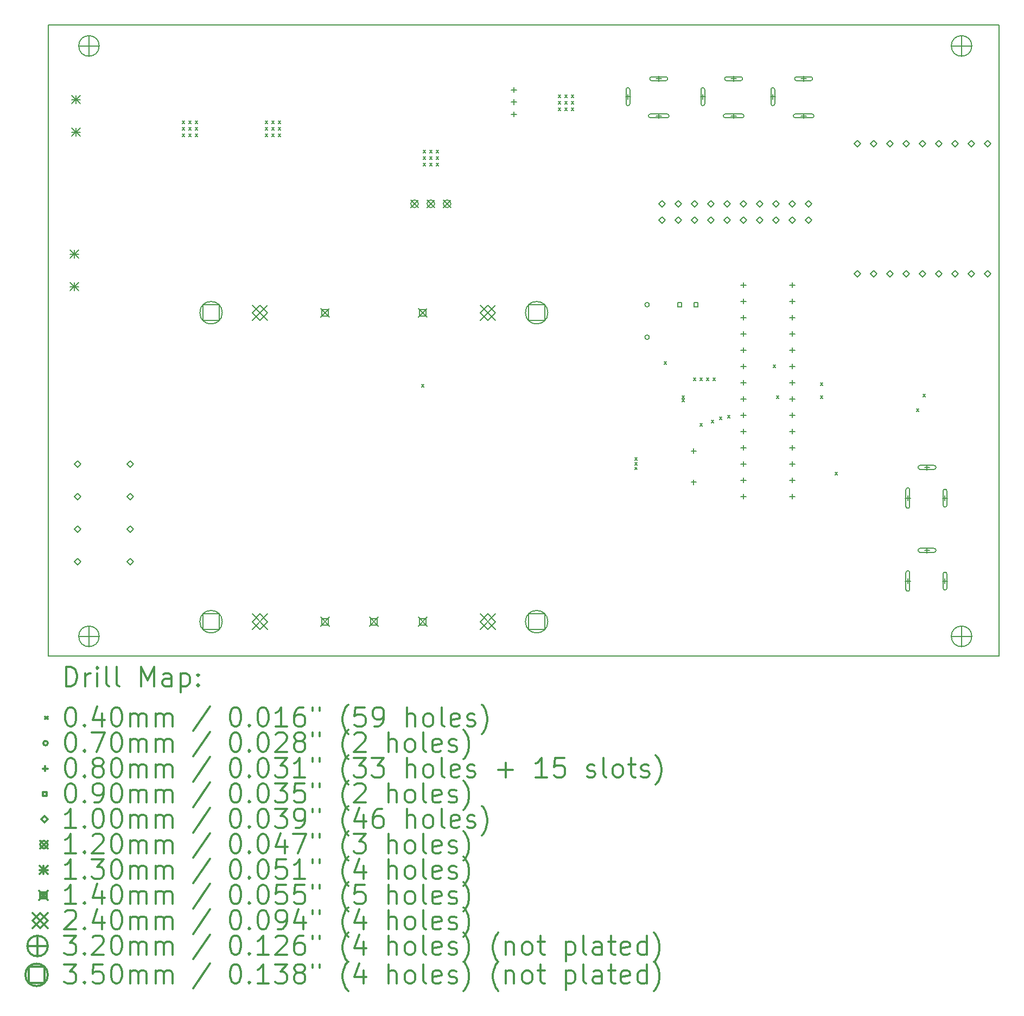
<source format=gbr>
%FSLAX45Y45*%
G04 Gerber Fmt 4.5, Leading zero omitted, Abs format (unit mm)*
G04 Created by KiCad (PCBNEW (5.0.0)) date 02/09/19 12:58:53*
%MOMM*%
%LPD*%
G01*
G04 APERTURE LIST*
%ADD10C,0.150000*%
%ADD11C,0.200000*%
%ADD12C,0.300000*%
G04 APERTURE END LIST*
D10*
X2057400Y-3225800D02*
X2057400Y-13081000D01*
X16891000Y-3225800D02*
X2057400Y-3225800D01*
X16891000Y-13081000D02*
X16891000Y-3225800D01*
X2057400Y-13081000D02*
X16891000Y-13081000D01*
D11*
X4145600Y-4729800D02*
X4185600Y-4769800D01*
X4185600Y-4729800D02*
X4145600Y-4769800D01*
X4145600Y-4831400D02*
X4185600Y-4871400D01*
X4185600Y-4831400D02*
X4145600Y-4871400D01*
X4145600Y-4933000D02*
X4185600Y-4973000D01*
X4185600Y-4933000D02*
X4145600Y-4973000D01*
X4247200Y-4729800D02*
X4287200Y-4769800D01*
X4287200Y-4729800D02*
X4247200Y-4769800D01*
X4247200Y-4831400D02*
X4287200Y-4871400D01*
X4287200Y-4831400D02*
X4247200Y-4871400D01*
X4247200Y-4933000D02*
X4287200Y-4973000D01*
X4287200Y-4933000D02*
X4247200Y-4973000D01*
X4348800Y-4729800D02*
X4388800Y-4769800D01*
X4388800Y-4729800D02*
X4348800Y-4769800D01*
X4348800Y-4831400D02*
X4388800Y-4871400D01*
X4388800Y-4831400D02*
X4348800Y-4871400D01*
X4348800Y-4933000D02*
X4388800Y-4973000D01*
X4388800Y-4933000D02*
X4348800Y-4973000D01*
X5441000Y-4729800D02*
X5481000Y-4769800D01*
X5481000Y-4729800D02*
X5441000Y-4769800D01*
X5441000Y-4831400D02*
X5481000Y-4871400D01*
X5481000Y-4831400D02*
X5441000Y-4871400D01*
X5441000Y-4933000D02*
X5481000Y-4973000D01*
X5481000Y-4933000D02*
X5441000Y-4973000D01*
X5542600Y-4729800D02*
X5582600Y-4769800D01*
X5582600Y-4729800D02*
X5542600Y-4769800D01*
X5542600Y-4831400D02*
X5582600Y-4871400D01*
X5582600Y-4831400D02*
X5542600Y-4871400D01*
X5542600Y-4933000D02*
X5582600Y-4973000D01*
X5582600Y-4933000D02*
X5542600Y-4973000D01*
X5644200Y-4729800D02*
X5684200Y-4769800D01*
X5684200Y-4729800D02*
X5644200Y-4769800D01*
X5644200Y-4831400D02*
X5684200Y-4871400D01*
X5684200Y-4831400D02*
X5644200Y-4871400D01*
X5644200Y-4933000D02*
X5684200Y-4973000D01*
X5684200Y-4933000D02*
X5644200Y-4973000D01*
X7879400Y-8844600D02*
X7919400Y-8884600D01*
X7919400Y-8844600D02*
X7879400Y-8884600D01*
X7904800Y-5187000D02*
X7944800Y-5227000D01*
X7944800Y-5187000D02*
X7904800Y-5227000D01*
X7904800Y-5288600D02*
X7944800Y-5328600D01*
X7944800Y-5288600D02*
X7904800Y-5328600D01*
X7904800Y-5390200D02*
X7944800Y-5430200D01*
X7944800Y-5390200D02*
X7904800Y-5430200D01*
X8006400Y-5187000D02*
X8046400Y-5227000D01*
X8046400Y-5187000D02*
X8006400Y-5227000D01*
X8006400Y-5288600D02*
X8046400Y-5328600D01*
X8046400Y-5288600D02*
X8006400Y-5328600D01*
X8006400Y-5390200D02*
X8046400Y-5430200D01*
X8046400Y-5390200D02*
X8006400Y-5430200D01*
X8108000Y-5187000D02*
X8148000Y-5227000D01*
X8148000Y-5187000D02*
X8108000Y-5227000D01*
X8108000Y-5288600D02*
X8148000Y-5328600D01*
X8148000Y-5288600D02*
X8108000Y-5328600D01*
X8108000Y-5390200D02*
X8148000Y-5430200D01*
X8148000Y-5390200D02*
X8108000Y-5430200D01*
X10013000Y-4323400D02*
X10053000Y-4363400D01*
X10053000Y-4323400D02*
X10013000Y-4363400D01*
X10013000Y-4425000D02*
X10053000Y-4465000D01*
X10053000Y-4425000D02*
X10013000Y-4465000D01*
X10013000Y-4526600D02*
X10053000Y-4566600D01*
X10053000Y-4526600D02*
X10013000Y-4566600D01*
X10114600Y-4323400D02*
X10154600Y-4363400D01*
X10154600Y-4323400D02*
X10114600Y-4363400D01*
X10114600Y-4425000D02*
X10154600Y-4465000D01*
X10154600Y-4425000D02*
X10114600Y-4465000D01*
X10114600Y-4425000D02*
X10154600Y-4465000D01*
X10154600Y-4425000D02*
X10114600Y-4465000D01*
X10114600Y-4526600D02*
X10154600Y-4566600D01*
X10154600Y-4526600D02*
X10114600Y-4566600D01*
X10216200Y-4323400D02*
X10256200Y-4363400D01*
X10256200Y-4323400D02*
X10216200Y-4363400D01*
X10216200Y-4425000D02*
X10256200Y-4465000D01*
X10256200Y-4425000D02*
X10216200Y-4465000D01*
X10216200Y-4526600D02*
X10256200Y-4566600D01*
X10256200Y-4526600D02*
X10216200Y-4566600D01*
X11206800Y-9986560D02*
X11246800Y-10026560D01*
X11246800Y-9986560D02*
X11206800Y-10026560D01*
X11206800Y-10063800D02*
X11246800Y-10103800D01*
X11246800Y-10063800D02*
X11206800Y-10103800D01*
X11206800Y-10133260D02*
X11246800Y-10173260D01*
X11246800Y-10133260D02*
X11206800Y-10173260D01*
X11664000Y-8489000D02*
X11704000Y-8529000D01*
X11704000Y-8489000D02*
X11664000Y-8529000D01*
X11943400Y-9022400D02*
X11983400Y-9062400D01*
X11983400Y-9022400D02*
X11943400Y-9062400D01*
X11943400Y-9073200D02*
X11983400Y-9113200D01*
X11983400Y-9073200D02*
X11943400Y-9113200D01*
X12122800Y-8743000D02*
X12162800Y-8783000D01*
X12162800Y-8743000D02*
X12122800Y-8783000D01*
X12222800Y-8743000D02*
X12262800Y-8783000D01*
X12262800Y-8743000D02*
X12222800Y-8783000D01*
X12222800Y-9454200D02*
X12262800Y-9494200D01*
X12262800Y-9454200D02*
X12222800Y-9494200D01*
X12324400Y-8743000D02*
X12364400Y-8783000D01*
X12364400Y-8743000D02*
X12324400Y-8783000D01*
X12400600Y-9403400D02*
X12440600Y-9443400D01*
X12440600Y-9403400D02*
X12400600Y-9443400D01*
X12426000Y-8743000D02*
X12466000Y-8783000D01*
X12466000Y-8743000D02*
X12426000Y-8783000D01*
X12527600Y-9352600D02*
X12567600Y-9392600D01*
X12567600Y-9352600D02*
X12527600Y-9392600D01*
X12654600Y-9327200D02*
X12694600Y-9367200D01*
X12694600Y-9327200D02*
X12654600Y-9367200D01*
X13365800Y-8539800D02*
X13405800Y-8579800D01*
X13405800Y-8539800D02*
X13365800Y-8579800D01*
X13416600Y-9022400D02*
X13456600Y-9062400D01*
X13456600Y-9022400D02*
X13416600Y-9062400D01*
X14102400Y-8819200D02*
X14142400Y-8859200D01*
X14142400Y-8819200D02*
X14102400Y-8859200D01*
X14102400Y-9022400D02*
X14142400Y-9062400D01*
X14142400Y-9022400D02*
X14102400Y-9062400D01*
X14331000Y-10216200D02*
X14371000Y-10256200D01*
X14371000Y-10216200D02*
X14331000Y-10256200D01*
X15601000Y-9225600D02*
X15641000Y-9265600D01*
X15641000Y-9225600D02*
X15601000Y-9265600D01*
X15702600Y-8997000D02*
X15742600Y-9037000D01*
X15742600Y-8997000D02*
X15702600Y-9037000D01*
X11435406Y-7596881D02*
G75*
G03X11435406Y-7596881I-35000J0D01*
G01*
X11435406Y-8104881D02*
G75*
G03X11435406Y-8104881I-35000J0D01*
G01*
X12270800Y-4308200D02*
X12270800Y-4388200D01*
X12230800Y-4348200D02*
X12310800Y-4348200D01*
X12240800Y-4238200D02*
X12240800Y-4458200D01*
X12300800Y-4238200D02*
X12300800Y-4458200D01*
X12240800Y-4458200D02*
G75*
G03X12300800Y-4458200I30000J0D01*
G01*
X12300800Y-4238200D02*
G75*
G03X12240800Y-4238200I-30000J0D01*
G01*
X12750800Y-4028200D02*
X12750800Y-4108200D01*
X12710800Y-4068200D02*
X12790800Y-4068200D01*
X12860800Y-4038200D02*
X12640800Y-4038200D01*
X12860800Y-4098200D02*
X12640800Y-4098200D01*
X12640800Y-4038200D02*
G75*
G03X12640800Y-4098200I0J-30000D01*
G01*
X12860800Y-4098200D02*
G75*
G03X12860800Y-4038200I0J30000D01*
G01*
X12750800Y-4608200D02*
X12750800Y-4688200D01*
X12710800Y-4648200D02*
X12790800Y-4648200D01*
X12880800Y-4618200D02*
X12620800Y-4618200D01*
X12880800Y-4678200D02*
X12620800Y-4678200D01*
X12620800Y-4618200D02*
G75*
G03X12620800Y-4678200I0J-30000D01*
G01*
X12880800Y-4678200D02*
G75*
G03X12880800Y-4618200I0J30000D01*
G01*
X13363000Y-4308200D02*
X13363000Y-4388200D01*
X13323000Y-4348200D02*
X13403000Y-4348200D01*
X13333000Y-4238200D02*
X13333000Y-4458200D01*
X13393000Y-4238200D02*
X13393000Y-4458200D01*
X13333000Y-4458200D02*
G75*
G03X13393000Y-4458200I30000J0D01*
G01*
X13393000Y-4238200D02*
G75*
G03X13333000Y-4238200I-30000J0D01*
G01*
X13843000Y-4028200D02*
X13843000Y-4108200D01*
X13803000Y-4068200D02*
X13883000Y-4068200D01*
X13953000Y-4038200D02*
X13733000Y-4038200D01*
X13953000Y-4098200D02*
X13733000Y-4098200D01*
X13733000Y-4038200D02*
G75*
G03X13733000Y-4098200I0J-30000D01*
G01*
X13953000Y-4098200D02*
G75*
G03X13953000Y-4038200I0J30000D01*
G01*
X13843000Y-4608200D02*
X13843000Y-4688200D01*
X13803000Y-4648200D02*
X13883000Y-4648200D01*
X13973000Y-4618200D02*
X13713000Y-4618200D01*
X13973000Y-4678200D02*
X13713000Y-4678200D01*
X13713000Y-4618200D02*
G75*
G03X13713000Y-4678200I0J-30000D01*
G01*
X13973000Y-4678200D02*
G75*
G03X13973000Y-4618200I0J30000D01*
G01*
X12903200Y-7249800D02*
X12903200Y-7329800D01*
X12863200Y-7289800D02*
X12943200Y-7289800D01*
X12903200Y-7503800D02*
X12903200Y-7583800D01*
X12863200Y-7543800D02*
X12943200Y-7543800D01*
X12903200Y-7757800D02*
X12903200Y-7837800D01*
X12863200Y-7797800D02*
X12943200Y-7797800D01*
X12903200Y-8011800D02*
X12903200Y-8091800D01*
X12863200Y-8051800D02*
X12943200Y-8051800D01*
X12903200Y-8265800D02*
X12903200Y-8345800D01*
X12863200Y-8305800D02*
X12943200Y-8305800D01*
X12903200Y-8519800D02*
X12903200Y-8599800D01*
X12863200Y-8559800D02*
X12943200Y-8559800D01*
X12903200Y-8773800D02*
X12903200Y-8853800D01*
X12863200Y-8813800D02*
X12943200Y-8813800D01*
X12903200Y-9027800D02*
X12903200Y-9107800D01*
X12863200Y-9067800D02*
X12943200Y-9067800D01*
X12903200Y-9281800D02*
X12903200Y-9361800D01*
X12863200Y-9321800D02*
X12943200Y-9321800D01*
X12903200Y-9535800D02*
X12903200Y-9615800D01*
X12863200Y-9575800D02*
X12943200Y-9575800D01*
X12903200Y-9789800D02*
X12903200Y-9869800D01*
X12863200Y-9829800D02*
X12943200Y-9829800D01*
X12903200Y-10043800D02*
X12903200Y-10123800D01*
X12863200Y-10083800D02*
X12943200Y-10083800D01*
X12903200Y-10297800D02*
X12903200Y-10377800D01*
X12863200Y-10337800D02*
X12943200Y-10337800D01*
X12903200Y-10551800D02*
X12903200Y-10631800D01*
X12863200Y-10591800D02*
X12943200Y-10591800D01*
X13665200Y-7249800D02*
X13665200Y-7329800D01*
X13625200Y-7289800D02*
X13705200Y-7289800D01*
X13665200Y-7503800D02*
X13665200Y-7583800D01*
X13625200Y-7543800D02*
X13705200Y-7543800D01*
X13665200Y-7757800D02*
X13665200Y-7837800D01*
X13625200Y-7797800D02*
X13705200Y-7797800D01*
X13665200Y-8011800D02*
X13665200Y-8091800D01*
X13625200Y-8051800D02*
X13705200Y-8051800D01*
X13665200Y-8265800D02*
X13665200Y-8345800D01*
X13625200Y-8305800D02*
X13705200Y-8305800D01*
X13665200Y-8519800D02*
X13665200Y-8599800D01*
X13625200Y-8559800D02*
X13705200Y-8559800D01*
X13665200Y-8773800D02*
X13665200Y-8853800D01*
X13625200Y-8813800D02*
X13705200Y-8813800D01*
X13665200Y-9027800D02*
X13665200Y-9107800D01*
X13625200Y-9067800D02*
X13705200Y-9067800D01*
X13665200Y-9281800D02*
X13665200Y-9361800D01*
X13625200Y-9321800D02*
X13705200Y-9321800D01*
X13665200Y-9535800D02*
X13665200Y-9615800D01*
X13625200Y-9575800D02*
X13705200Y-9575800D01*
X13665200Y-9789800D02*
X13665200Y-9869800D01*
X13625200Y-9829800D02*
X13705200Y-9829800D01*
X13665200Y-10043800D02*
X13665200Y-10123800D01*
X13625200Y-10083800D02*
X13705200Y-10083800D01*
X13665200Y-10297800D02*
X13665200Y-10377800D01*
X13625200Y-10337800D02*
X13705200Y-10337800D01*
X13665200Y-10551800D02*
X13665200Y-10631800D01*
X13625200Y-10591800D02*
X13705200Y-10591800D01*
X12126857Y-9839554D02*
X12126857Y-9919554D01*
X12086857Y-9879554D02*
X12166857Y-9879554D01*
X12126857Y-10327554D02*
X12126857Y-10407554D01*
X12086857Y-10367554D02*
X12166857Y-10367554D01*
X15468600Y-10577200D02*
X15468600Y-10657200D01*
X15428600Y-10617200D02*
X15508600Y-10617200D01*
X15498600Y-10747200D02*
X15498600Y-10487200D01*
X15438600Y-10747200D02*
X15438600Y-10487200D01*
X15498600Y-10487200D02*
G75*
G03X15438600Y-10487200I-30000J0D01*
G01*
X15438600Y-10747200D02*
G75*
G03X15498600Y-10747200I30000J0D01*
G01*
X15768600Y-10097200D02*
X15768600Y-10177200D01*
X15728600Y-10137200D02*
X15808600Y-10137200D01*
X15878600Y-10107200D02*
X15658600Y-10107200D01*
X15878600Y-10167200D02*
X15658600Y-10167200D01*
X15658600Y-10107200D02*
G75*
G03X15658600Y-10167200I0J-30000D01*
G01*
X15878600Y-10167200D02*
G75*
G03X15878600Y-10107200I0J30000D01*
G01*
X16048600Y-10577200D02*
X16048600Y-10657200D01*
X16008600Y-10617200D02*
X16088600Y-10617200D01*
X16078600Y-10727200D02*
X16078600Y-10507200D01*
X16018600Y-10727200D02*
X16018600Y-10507200D01*
X16078600Y-10507200D02*
G75*
G03X16018600Y-10507200I-30000J0D01*
G01*
X16018600Y-10727200D02*
G75*
G03X16078600Y-10727200I30000J0D01*
G01*
X11102400Y-4308200D02*
X11102400Y-4388200D01*
X11062400Y-4348200D02*
X11142400Y-4348200D01*
X11072400Y-4238200D02*
X11072400Y-4458200D01*
X11132400Y-4238200D02*
X11132400Y-4458200D01*
X11072400Y-4458200D02*
G75*
G03X11132400Y-4458200I30000J0D01*
G01*
X11132400Y-4238200D02*
G75*
G03X11072400Y-4238200I-30000J0D01*
G01*
X11582400Y-4028200D02*
X11582400Y-4108200D01*
X11542400Y-4068200D02*
X11622400Y-4068200D01*
X11692400Y-4038200D02*
X11472400Y-4038200D01*
X11692400Y-4098200D02*
X11472400Y-4098200D01*
X11472400Y-4038200D02*
G75*
G03X11472400Y-4098200I0J-30000D01*
G01*
X11692400Y-4098200D02*
G75*
G03X11692400Y-4038200I0J30000D01*
G01*
X11582400Y-4608200D02*
X11582400Y-4688200D01*
X11542400Y-4648200D02*
X11622400Y-4648200D01*
X11712400Y-4618200D02*
X11452400Y-4618200D01*
X11712400Y-4678200D02*
X11452400Y-4678200D01*
X11452400Y-4618200D02*
G75*
G03X11452400Y-4678200I0J-30000D01*
G01*
X11712400Y-4678200D02*
G75*
G03X11712400Y-4618200I0J30000D01*
G01*
X9321800Y-4200800D02*
X9321800Y-4280800D01*
X9281800Y-4240800D02*
X9361800Y-4240800D01*
X9321800Y-4391800D02*
X9321800Y-4471800D01*
X9281800Y-4431800D02*
X9361800Y-4431800D01*
X9321800Y-4582800D02*
X9321800Y-4662800D01*
X9281800Y-4622800D02*
X9361800Y-4622800D01*
X15468600Y-11872600D02*
X15468600Y-11952600D01*
X15428600Y-11912600D02*
X15508600Y-11912600D01*
X15498600Y-12042600D02*
X15498600Y-11782600D01*
X15438600Y-12042600D02*
X15438600Y-11782600D01*
X15498600Y-11782600D02*
G75*
G03X15438600Y-11782600I-30000J0D01*
G01*
X15438600Y-12042600D02*
G75*
G03X15498600Y-12042600I30000J0D01*
G01*
X15768600Y-11392600D02*
X15768600Y-11472600D01*
X15728600Y-11432600D02*
X15808600Y-11432600D01*
X15878600Y-11402600D02*
X15658600Y-11402600D01*
X15878600Y-11462600D02*
X15658600Y-11462600D01*
X15658600Y-11402600D02*
G75*
G03X15658600Y-11462600I0J-30000D01*
G01*
X15878600Y-11462600D02*
G75*
G03X15878600Y-11402600I0J30000D01*
G01*
X16048600Y-11872600D02*
X16048600Y-11952600D01*
X16008600Y-11912600D02*
X16088600Y-11912600D01*
X16078600Y-12022600D02*
X16078600Y-11802600D01*
X16018600Y-12022600D02*
X16018600Y-11802600D01*
X16078600Y-11802600D02*
G75*
G03X16018600Y-11802600I-30000J0D01*
G01*
X16018600Y-12022600D02*
G75*
G03X16078600Y-12022600I30000J0D01*
G01*
X11940226Y-7628701D02*
X11940226Y-7565061D01*
X11876586Y-7565061D01*
X11876586Y-7628701D01*
X11940226Y-7628701D01*
X12194226Y-7628701D02*
X12194226Y-7565061D01*
X12130586Y-7565061D01*
X12130586Y-7628701D01*
X12194226Y-7628701D01*
X14681200Y-5130000D02*
X14731200Y-5080000D01*
X14681200Y-5030000D01*
X14631200Y-5080000D01*
X14681200Y-5130000D01*
X14935200Y-5130000D02*
X14985200Y-5080000D01*
X14935200Y-5030000D01*
X14885200Y-5080000D01*
X14935200Y-5130000D01*
X15189200Y-5130000D02*
X15239200Y-5080000D01*
X15189200Y-5030000D01*
X15139200Y-5080000D01*
X15189200Y-5130000D01*
X15443200Y-5130000D02*
X15493200Y-5080000D01*
X15443200Y-5030000D01*
X15393200Y-5080000D01*
X15443200Y-5130000D01*
X15697200Y-5130000D02*
X15747200Y-5080000D01*
X15697200Y-5030000D01*
X15647200Y-5080000D01*
X15697200Y-5130000D01*
X15951200Y-5130000D02*
X16001200Y-5080000D01*
X15951200Y-5030000D01*
X15901200Y-5080000D01*
X15951200Y-5130000D01*
X16205200Y-5130000D02*
X16255200Y-5080000D01*
X16205200Y-5030000D01*
X16155200Y-5080000D01*
X16205200Y-5130000D01*
X16459200Y-5130000D02*
X16509200Y-5080000D01*
X16459200Y-5030000D01*
X16409200Y-5080000D01*
X16459200Y-5130000D01*
X16713200Y-5130000D02*
X16763200Y-5080000D01*
X16713200Y-5030000D01*
X16663200Y-5080000D01*
X16713200Y-5130000D01*
X14681200Y-7162000D02*
X14731200Y-7112000D01*
X14681200Y-7062000D01*
X14631200Y-7112000D01*
X14681200Y-7162000D01*
X14935200Y-7162000D02*
X14985200Y-7112000D01*
X14935200Y-7062000D01*
X14885200Y-7112000D01*
X14935200Y-7162000D01*
X15189200Y-7162000D02*
X15239200Y-7112000D01*
X15189200Y-7062000D01*
X15139200Y-7112000D01*
X15189200Y-7162000D01*
X15443200Y-7162000D02*
X15493200Y-7112000D01*
X15443200Y-7062000D01*
X15393200Y-7112000D01*
X15443200Y-7162000D01*
X15697200Y-7162000D02*
X15747200Y-7112000D01*
X15697200Y-7062000D01*
X15647200Y-7112000D01*
X15697200Y-7162000D01*
X15951200Y-7162000D02*
X16001200Y-7112000D01*
X15951200Y-7062000D01*
X15901200Y-7112000D01*
X15951200Y-7162000D01*
X16205200Y-7162000D02*
X16255200Y-7112000D01*
X16205200Y-7062000D01*
X16155200Y-7112000D01*
X16205200Y-7162000D01*
X16459200Y-7162000D02*
X16509200Y-7112000D01*
X16459200Y-7062000D01*
X16409200Y-7112000D01*
X16459200Y-7162000D01*
X16713200Y-7162000D02*
X16763200Y-7112000D01*
X16713200Y-7062000D01*
X16663200Y-7112000D01*
X16713200Y-7162000D01*
X11633200Y-6069800D02*
X11683200Y-6019800D01*
X11633200Y-5969800D01*
X11583200Y-6019800D01*
X11633200Y-6069800D01*
X11633200Y-6323800D02*
X11683200Y-6273800D01*
X11633200Y-6223800D01*
X11583200Y-6273800D01*
X11633200Y-6323800D01*
X11887200Y-6069800D02*
X11937200Y-6019800D01*
X11887200Y-5969800D01*
X11837200Y-6019800D01*
X11887200Y-6069800D01*
X11887200Y-6323800D02*
X11937200Y-6273800D01*
X11887200Y-6223800D01*
X11837200Y-6273800D01*
X11887200Y-6323800D01*
X12141200Y-6069800D02*
X12191200Y-6019800D01*
X12141200Y-5969800D01*
X12091200Y-6019800D01*
X12141200Y-6069800D01*
X12141200Y-6323800D02*
X12191200Y-6273800D01*
X12141200Y-6223800D01*
X12091200Y-6273800D01*
X12141200Y-6323800D01*
X12395200Y-6069800D02*
X12445200Y-6019800D01*
X12395200Y-5969800D01*
X12345200Y-6019800D01*
X12395200Y-6069800D01*
X12395200Y-6323800D02*
X12445200Y-6273800D01*
X12395200Y-6223800D01*
X12345200Y-6273800D01*
X12395200Y-6323800D01*
X12649200Y-6069800D02*
X12699200Y-6019800D01*
X12649200Y-5969800D01*
X12599200Y-6019800D01*
X12649200Y-6069800D01*
X12649200Y-6323800D02*
X12699200Y-6273800D01*
X12649200Y-6223800D01*
X12599200Y-6273800D01*
X12649200Y-6323800D01*
X12903200Y-6069800D02*
X12953200Y-6019800D01*
X12903200Y-5969800D01*
X12853200Y-6019800D01*
X12903200Y-6069800D01*
X12903200Y-6323800D02*
X12953200Y-6273800D01*
X12903200Y-6223800D01*
X12853200Y-6273800D01*
X12903200Y-6323800D01*
X13157200Y-6069800D02*
X13207200Y-6019800D01*
X13157200Y-5969800D01*
X13107200Y-6019800D01*
X13157200Y-6069800D01*
X13157200Y-6323800D02*
X13207200Y-6273800D01*
X13157200Y-6223800D01*
X13107200Y-6273800D01*
X13157200Y-6323800D01*
X13411200Y-6069800D02*
X13461200Y-6019800D01*
X13411200Y-5969800D01*
X13361200Y-6019800D01*
X13411200Y-6069800D01*
X13411200Y-6323800D02*
X13461200Y-6273800D01*
X13411200Y-6223800D01*
X13361200Y-6273800D01*
X13411200Y-6323800D01*
X13665200Y-6069800D02*
X13715200Y-6019800D01*
X13665200Y-5969800D01*
X13615200Y-6019800D01*
X13665200Y-6069800D01*
X13665200Y-6323800D02*
X13715200Y-6273800D01*
X13665200Y-6223800D01*
X13615200Y-6273800D01*
X13665200Y-6323800D01*
X13919200Y-6069800D02*
X13969200Y-6019800D01*
X13919200Y-5969800D01*
X13869200Y-6019800D01*
X13919200Y-6069800D01*
X13919200Y-6323800D02*
X13969200Y-6273800D01*
X13919200Y-6223800D01*
X13869200Y-6273800D01*
X13919200Y-6323800D01*
X2514600Y-10133800D02*
X2564600Y-10083800D01*
X2514600Y-10033800D01*
X2464600Y-10083800D01*
X2514600Y-10133800D01*
X2514600Y-10641800D02*
X2564600Y-10591800D01*
X2514600Y-10541800D01*
X2464600Y-10591800D01*
X2514600Y-10641800D01*
X2514600Y-11149800D02*
X2564600Y-11099800D01*
X2514600Y-11049800D01*
X2464600Y-11099800D01*
X2514600Y-11149800D01*
X2514600Y-11657800D02*
X2564600Y-11607800D01*
X2514600Y-11557800D01*
X2464600Y-11607800D01*
X2514600Y-11657800D01*
X3334600Y-10133800D02*
X3384600Y-10083800D01*
X3334600Y-10033800D01*
X3284600Y-10083800D01*
X3334600Y-10133800D01*
X3334600Y-10641800D02*
X3384600Y-10591800D01*
X3334600Y-10541800D01*
X3284600Y-10591800D01*
X3334600Y-10641800D01*
X3334600Y-11149800D02*
X3384600Y-11099800D01*
X3334600Y-11049800D01*
X3284600Y-11099800D01*
X3334600Y-11149800D01*
X3334600Y-11657800D02*
X3384600Y-11607800D01*
X3334600Y-11557800D01*
X3284600Y-11607800D01*
X3334600Y-11657800D01*
X7712400Y-5959800D02*
X7832400Y-6079800D01*
X7832400Y-5959800D02*
X7712400Y-6079800D01*
X7832400Y-6019800D02*
G75*
G03X7832400Y-6019800I-60000J0D01*
G01*
X7966400Y-5959800D02*
X8086400Y-6079800D01*
X8086400Y-5959800D02*
X7966400Y-6079800D01*
X8086400Y-6019800D02*
G75*
G03X8086400Y-6019800I-60000J0D01*
G01*
X8220400Y-5959800D02*
X8340400Y-6079800D01*
X8340400Y-5959800D02*
X8220400Y-6079800D01*
X8340400Y-6019800D02*
G75*
G03X8340400Y-6019800I-60000J0D01*
G01*
X2398800Y-6742200D02*
X2528800Y-6872200D01*
X2528800Y-6742200D02*
X2398800Y-6872200D01*
X2463800Y-6742200D02*
X2463800Y-6872200D01*
X2398800Y-6807200D02*
X2528800Y-6807200D01*
X2398800Y-7250200D02*
X2528800Y-7380200D01*
X2528800Y-7250200D02*
X2398800Y-7380200D01*
X2463800Y-7250200D02*
X2463800Y-7380200D01*
X2398800Y-7315200D02*
X2528800Y-7315200D01*
X2424200Y-4329200D02*
X2554200Y-4459200D01*
X2554200Y-4329200D02*
X2424200Y-4459200D01*
X2489200Y-4329200D02*
X2489200Y-4459200D01*
X2424200Y-4394200D02*
X2554200Y-4394200D01*
X2424200Y-4837200D02*
X2554200Y-4967200D01*
X2554200Y-4837200D02*
X2424200Y-4967200D01*
X2489200Y-4837200D02*
X2489200Y-4967200D01*
X2424200Y-4902200D02*
X2554200Y-4902200D01*
X6305400Y-7652100D02*
X6445400Y-7792100D01*
X6445400Y-7652100D02*
X6305400Y-7792100D01*
X6424898Y-7771598D02*
X6424898Y-7672602D01*
X6325902Y-7672602D01*
X6325902Y-7771598D01*
X6424898Y-7771598D01*
X6305400Y-12477100D02*
X6445400Y-12617100D01*
X6445400Y-12477100D02*
X6305400Y-12617100D01*
X6424898Y-12596598D02*
X6424898Y-12497602D01*
X6325902Y-12497602D01*
X6325902Y-12596598D01*
X6424898Y-12596598D01*
X7067400Y-12477100D02*
X7207400Y-12617100D01*
X7207400Y-12477100D02*
X7067400Y-12617100D01*
X7186898Y-12596598D02*
X7186898Y-12497602D01*
X7087902Y-12497602D01*
X7087902Y-12596598D01*
X7186898Y-12596598D01*
X7829400Y-7652100D02*
X7969400Y-7792100D01*
X7969400Y-7652100D02*
X7829400Y-7792100D01*
X7948898Y-7771598D02*
X7948898Y-7672602D01*
X7849902Y-7672602D01*
X7849902Y-7771598D01*
X7948898Y-7771598D01*
X7829400Y-12477100D02*
X7969400Y-12617100D01*
X7969400Y-12477100D02*
X7829400Y-12617100D01*
X7948898Y-12596598D02*
X7948898Y-12497602D01*
X7849902Y-12497602D01*
X7849902Y-12596598D01*
X7948898Y-12596598D01*
X5239400Y-7602100D02*
X5479400Y-7842100D01*
X5479400Y-7602100D02*
X5239400Y-7842100D01*
X5359400Y-7842100D02*
X5479400Y-7722100D01*
X5359400Y-7602100D01*
X5239400Y-7722100D01*
X5359400Y-7842100D01*
X5239400Y-12427100D02*
X5479400Y-12667100D01*
X5479400Y-12427100D02*
X5239400Y-12667100D01*
X5359400Y-12667100D02*
X5479400Y-12547100D01*
X5359400Y-12427100D01*
X5239400Y-12547100D01*
X5359400Y-12667100D01*
X8795400Y-7602100D02*
X9035400Y-7842100D01*
X9035400Y-7602100D02*
X8795400Y-7842100D01*
X8915400Y-7842100D02*
X9035400Y-7722100D01*
X8915400Y-7602100D01*
X8795400Y-7722100D01*
X8915400Y-7842100D01*
X8795400Y-12427100D02*
X9035400Y-12667100D01*
X9035400Y-12427100D02*
X8795400Y-12667100D01*
X8915400Y-12667100D02*
X9035400Y-12547100D01*
X8915400Y-12427100D01*
X8795400Y-12547100D01*
X8915400Y-12667100D01*
X2692400Y-12616200D02*
X2692400Y-12936200D01*
X2532400Y-12776200D02*
X2852400Y-12776200D01*
X2852400Y-12776200D02*
G75*
G03X2852400Y-12776200I-160000J0D01*
G01*
X16306800Y-12616200D02*
X16306800Y-12936200D01*
X16146800Y-12776200D02*
X16466800Y-12776200D01*
X16466800Y-12776200D02*
G75*
G03X16466800Y-12776200I-160000J0D01*
G01*
X2692400Y-3396000D02*
X2692400Y-3716000D01*
X2532400Y-3556000D02*
X2852400Y-3556000D01*
X2852400Y-3556000D02*
G75*
G03X2852400Y-3556000I-160000J0D01*
G01*
X16306800Y-3396000D02*
X16306800Y-3716000D01*
X16146800Y-3556000D02*
X16466800Y-3556000D01*
X16466800Y-3556000D02*
G75*
G03X16466800Y-3556000I-160000J0D01*
G01*
X4721145Y-7845845D02*
X4721145Y-7598355D01*
X4473655Y-7598355D01*
X4473655Y-7845845D01*
X4721145Y-7845845D01*
X4772400Y-7722100D02*
G75*
G03X4772400Y-7722100I-175000J0D01*
G01*
X4721145Y-12670845D02*
X4721145Y-12423355D01*
X4473655Y-12423355D01*
X4473655Y-12670845D01*
X4721145Y-12670845D01*
X4772400Y-12547100D02*
G75*
G03X4772400Y-12547100I-175000J0D01*
G01*
X9801145Y-7845845D02*
X9801145Y-7598355D01*
X9553655Y-7598355D01*
X9553655Y-7845845D01*
X9801145Y-7845845D01*
X9852400Y-7722100D02*
G75*
G03X9852400Y-7722100I-175000J0D01*
G01*
X9801145Y-12670845D02*
X9801145Y-12423355D01*
X9553655Y-12423355D01*
X9553655Y-12670845D01*
X9801145Y-12670845D01*
X9852400Y-12547100D02*
G75*
G03X9852400Y-12547100I-175000J0D01*
G01*
D12*
X2336328Y-13554214D02*
X2336328Y-13254214D01*
X2407757Y-13254214D01*
X2450614Y-13268500D01*
X2479186Y-13297071D01*
X2493471Y-13325643D01*
X2507757Y-13382786D01*
X2507757Y-13425643D01*
X2493471Y-13482786D01*
X2479186Y-13511357D01*
X2450614Y-13539929D01*
X2407757Y-13554214D01*
X2336328Y-13554214D01*
X2636328Y-13554214D02*
X2636328Y-13354214D01*
X2636328Y-13411357D02*
X2650614Y-13382786D01*
X2664900Y-13368500D01*
X2693471Y-13354214D01*
X2722043Y-13354214D01*
X2822043Y-13554214D02*
X2822043Y-13354214D01*
X2822043Y-13254214D02*
X2807757Y-13268500D01*
X2822043Y-13282786D01*
X2836328Y-13268500D01*
X2822043Y-13254214D01*
X2822043Y-13282786D01*
X3007757Y-13554214D02*
X2979186Y-13539929D01*
X2964900Y-13511357D01*
X2964900Y-13254214D01*
X3164900Y-13554214D02*
X3136328Y-13539929D01*
X3122043Y-13511357D01*
X3122043Y-13254214D01*
X3507757Y-13554214D02*
X3507757Y-13254214D01*
X3607757Y-13468500D01*
X3707757Y-13254214D01*
X3707757Y-13554214D01*
X3979186Y-13554214D02*
X3979186Y-13397071D01*
X3964900Y-13368500D01*
X3936328Y-13354214D01*
X3879186Y-13354214D01*
X3850614Y-13368500D01*
X3979186Y-13539929D02*
X3950614Y-13554214D01*
X3879186Y-13554214D01*
X3850614Y-13539929D01*
X3836328Y-13511357D01*
X3836328Y-13482786D01*
X3850614Y-13454214D01*
X3879186Y-13439929D01*
X3950614Y-13439929D01*
X3979186Y-13425643D01*
X4122043Y-13354214D02*
X4122043Y-13654214D01*
X4122043Y-13368500D02*
X4150614Y-13354214D01*
X4207757Y-13354214D01*
X4236328Y-13368500D01*
X4250614Y-13382786D01*
X4264900Y-13411357D01*
X4264900Y-13497071D01*
X4250614Y-13525643D01*
X4236328Y-13539929D01*
X4207757Y-13554214D01*
X4150614Y-13554214D01*
X4122043Y-13539929D01*
X4393471Y-13525643D02*
X4407757Y-13539929D01*
X4393471Y-13554214D01*
X4379186Y-13539929D01*
X4393471Y-13525643D01*
X4393471Y-13554214D01*
X4393471Y-13368500D02*
X4407757Y-13382786D01*
X4393471Y-13397071D01*
X4379186Y-13382786D01*
X4393471Y-13368500D01*
X4393471Y-13397071D01*
X2009900Y-14028500D02*
X2049900Y-14068500D01*
X2049900Y-14028500D02*
X2009900Y-14068500D01*
X2393471Y-13884214D02*
X2422043Y-13884214D01*
X2450614Y-13898500D01*
X2464900Y-13912786D01*
X2479186Y-13941357D01*
X2493471Y-13998500D01*
X2493471Y-14069929D01*
X2479186Y-14127071D01*
X2464900Y-14155643D01*
X2450614Y-14169929D01*
X2422043Y-14184214D01*
X2393471Y-14184214D01*
X2364900Y-14169929D01*
X2350614Y-14155643D01*
X2336328Y-14127071D01*
X2322043Y-14069929D01*
X2322043Y-13998500D01*
X2336328Y-13941357D01*
X2350614Y-13912786D01*
X2364900Y-13898500D01*
X2393471Y-13884214D01*
X2622043Y-14155643D02*
X2636328Y-14169929D01*
X2622043Y-14184214D01*
X2607757Y-14169929D01*
X2622043Y-14155643D01*
X2622043Y-14184214D01*
X2893471Y-13984214D02*
X2893471Y-14184214D01*
X2822043Y-13869929D02*
X2750614Y-14084214D01*
X2936328Y-14084214D01*
X3107757Y-13884214D02*
X3136328Y-13884214D01*
X3164900Y-13898500D01*
X3179186Y-13912786D01*
X3193471Y-13941357D01*
X3207757Y-13998500D01*
X3207757Y-14069929D01*
X3193471Y-14127071D01*
X3179186Y-14155643D01*
X3164900Y-14169929D01*
X3136328Y-14184214D01*
X3107757Y-14184214D01*
X3079186Y-14169929D01*
X3064900Y-14155643D01*
X3050614Y-14127071D01*
X3036328Y-14069929D01*
X3036328Y-13998500D01*
X3050614Y-13941357D01*
X3064900Y-13912786D01*
X3079186Y-13898500D01*
X3107757Y-13884214D01*
X3336328Y-14184214D02*
X3336328Y-13984214D01*
X3336328Y-14012786D02*
X3350614Y-13998500D01*
X3379186Y-13984214D01*
X3422043Y-13984214D01*
X3450614Y-13998500D01*
X3464900Y-14027071D01*
X3464900Y-14184214D01*
X3464900Y-14027071D02*
X3479186Y-13998500D01*
X3507757Y-13984214D01*
X3550614Y-13984214D01*
X3579186Y-13998500D01*
X3593471Y-14027071D01*
X3593471Y-14184214D01*
X3736328Y-14184214D02*
X3736328Y-13984214D01*
X3736328Y-14012786D02*
X3750614Y-13998500D01*
X3779186Y-13984214D01*
X3822043Y-13984214D01*
X3850614Y-13998500D01*
X3864900Y-14027071D01*
X3864900Y-14184214D01*
X3864900Y-14027071D02*
X3879186Y-13998500D01*
X3907757Y-13984214D01*
X3950614Y-13984214D01*
X3979186Y-13998500D01*
X3993471Y-14027071D01*
X3993471Y-14184214D01*
X4579186Y-13869929D02*
X4322043Y-14255643D01*
X4964900Y-13884214D02*
X4993471Y-13884214D01*
X5022043Y-13898500D01*
X5036328Y-13912786D01*
X5050614Y-13941357D01*
X5064900Y-13998500D01*
X5064900Y-14069929D01*
X5050614Y-14127071D01*
X5036328Y-14155643D01*
X5022043Y-14169929D01*
X4993471Y-14184214D01*
X4964900Y-14184214D01*
X4936328Y-14169929D01*
X4922043Y-14155643D01*
X4907757Y-14127071D01*
X4893471Y-14069929D01*
X4893471Y-13998500D01*
X4907757Y-13941357D01*
X4922043Y-13912786D01*
X4936328Y-13898500D01*
X4964900Y-13884214D01*
X5193471Y-14155643D02*
X5207757Y-14169929D01*
X5193471Y-14184214D01*
X5179186Y-14169929D01*
X5193471Y-14155643D01*
X5193471Y-14184214D01*
X5393471Y-13884214D02*
X5422043Y-13884214D01*
X5450614Y-13898500D01*
X5464900Y-13912786D01*
X5479186Y-13941357D01*
X5493471Y-13998500D01*
X5493471Y-14069929D01*
X5479186Y-14127071D01*
X5464900Y-14155643D01*
X5450614Y-14169929D01*
X5422043Y-14184214D01*
X5393471Y-14184214D01*
X5364900Y-14169929D01*
X5350614Y-14155643D01*
X5336328Y-14127071D01*
X5322043Y-14069929D01*
X5322043Y-13998500D01*
X5336328Y-13941357D01*
X5350614Y-13912786D01*
X5364900Y-13898500D01*
X5393471Y-13884214D01*
X5779186Y-14184214D02*
X5607757Y-14184214D01*
X5693471Y-14184214D02*
X5693471Y-13884214D01*
X5664900Y-13927071D01*
X5636328Y-13955643D01*
X5607757Y-13969929D01*
X6036328Y-13884214D02*
X5979186Y-13884214D01*
X5950614Y-13898500D01*
X5936328Y-13912786D01*
X5907757Y-13955643D01*
X5893471Y-14012786D01*
X5893471Y-14127071D01*
X5907757Y-14155643D01*
X5922043Y-14169929D01*
X5950614Y-14184214D01*
X6007757Y-14184214D01*
X6036328Y-14169929D01*
X6050614Y-14155643D01*
X6064900Y-14127071D01*
X6064900Y-14055643D01*
X6050614Y-14027071D01*
X6036328Y-14012786D01*
X6007757Y-13998500D01*
X5950614Y-13998500D01*
X5922043Y-14012786D01*
X5907757Y-14027071D01*
X5893471Y-14055643D01*
X6179186Y-13884214D02*
X6179186Y-13941357D01*
X6293471Y-13884214D02*
X6293471Y-13941357D01*
X6736328Y-14298500D02*
X6722043Y-14284214D01*
X6693471Y-14241357D01*
X6679186Y-14212786D01*
X6664900Y-14169929D01*
X6650614Y-14098500D01*
X6650614Y-14041357D01*
X6664900Y-13969929D01*
X6679186Y-13927071D01*
X6693471Y-13898500D01*
X6722043Y-13855643D01*
X6736328Y-13841357D01*
X6993471Y-13884214D02*
X6850614Y-13884214D01*
X6836328Y-14027071D01*
X6850614Y-14012786D01*
X6879186Y-13998500D01*
X6950614Y-13998500D01*
X6979186Y-14012786D01*
X6993471Y-14027071D01*
X7007757Y-14055643D01*
X7007757Y-14127071D01*
X6993471Y-14155643D01*
X6979186Y-14169929D01*
X6950614Y-14184214D01*
X6879186Y-14184214D01*
X6850614Y-14169929D01*
X6836328Y-14155643D01*
X7150614Y-14184214D02*
X7207757Y-14184214D01*
X7236328Y-14169929D01*
X7250614Y-14155643D01*
X7279186Y-14112786D01*
X7293471Y-14055643D01*
X7293471Y-13941357D01*
X7279186Y-13912786D01*
X7264900Y-13898500D01*
X7236328Y-13884214D01*
X7179186Y-13884214D01*
X7150614Y-13898500D01*
X7136328Y-13912786D01*
X7122043Y-13941357D01*
X7122043Y-14012786D01*
X7136328Y-14041357D01*
X7150614Y-14055643D01*
X7179186Y-14069929D01*
X7236328Y-14069929D01*
X7264900Y-14055643D01*
X7279186Y-14041357D01*
X7293471Y-14012786D01*
X7650614Y-14184214D02*
X7650614Y-13884214D01*
X7779186Y-14184214D02*
X7779186Y-14027071D01*
X7764900Y-13998500D01*
X7736328Y-13984214D01*
X7693471Y-13984214D01*
X7664900Y-13998500D01*
X7650614Y-14012786D01*
X7964900Y-14184214D02*
X7936328Y-14169929D01*
X7922043Y-14155643D01*
X7907757Y-14127071D01*
X7907757Y-14041357D01*
X7922043Y-14012786D01*
X7936328Y-13998500D01*
X7964900Y-13984214D01*
X8007757Y-13984214D01*
X8036328Y-13998500D01*
X8050614Y-14012786D01*
X8064900Y-14041357D01*
X8064900Y-14127071D01*
X8050614Y-14155643D01*
X8036328Y-14169929D01*
X8007757Y-14184214D01*
X7964900Y-14184214D01*
X8236328Y-14184214D02*
X8207757Y-14169929D01*
X8193471Y-14141357D01*
X8193471Y-13884214D01*
X8464900Y-14169929D02*
X8436328Y-14184214D01*
X8379186Y-14184214D01*
X8350614Y-14169929D01*
X8336328Y-14141357D01*
X8336328Y-14027071D01*
X8350614Y-13998500D01*
X8379186Y-13984214D01*
X8436328Y-13984214D01*
X8464900Y-13998500D01*
X8479186Y-14027071D01*
X8479186Y-14055643D01*
X8336328Y-14084214D01*
X8593471Y-14169929D02*
X8622043Y-14184214D01*
X8679186Y-14184214D01*
X8707757Y-14169929D01*
X8722043Y-14141357D01*
X8722043Y-14127071D01*
X8707757Y-14098500D01*
X8679186Y-14084214D01*
X8636328Y-14084214D01*
X8607757Y-14069929D01*
X8593471Y-14041357D01*
X8593471Y-14027071D01*
X8607757Y-13998500D01*
X8636328Y-13984214D01*
X8679186Y-13984214D01*
X8707757Y-13998500D01*
X8822043Y-14298500D02*
X8836328Y-14284214D01*
X8864900Y-14241357D01*
X8879186Y-14212786D01*
X8893471Y-14169929D01*
X8907757Y-14098500D01*
X8907757Y-14041357D01*
X8893471Y-13969929D01*
X8879186Y-13927071D01*
X8864900Y-13898500D01*
X8836328Y-13855643D01*
X8822043Y-13841357D01*
X2049900Y-14444500D02*
G75*
G03X2049900Y-14444500I-35000J0D01*
G01*
X2393471Y-14280214D02*
X2422043Y-14280214D01*
X2450614Y-14294500D01*
X2464900Y-14308786D01*
X2479186Y-14337357D01*
X2493471Y-14394500D01*
X2493471Y-14465929D01*
X2479186Y-14523071D01*
X2464900Y-14551643D01*
X2450614Y-14565929D01*
X2422043Y-14580214D01*
X2393471Y-14580214D01*
X2364900Y-14565929D01*
X2350614Y-14551643D01*
X2336328Y-14523071D01*
X2322043Y-14465929D01*
X2322043Y-14394500D01*
X2336328Y-14337357D01*
X2350614Y-14308786D01*
X2364900Y-14294500D01*
X2393471Y-14280214D01*
X2622043Y-14551643D02*
X2636328Y-14565929D01*
X2622043Y-14580214D01*
X2607757Y-14565929D01*
X2622043Y-14551643D01*
X2622043Y-14580214D01*
X2736328Y-14280214D02*
X2936328Y-14280214D01*
X2807757Y-14580214D01*
X3107757Y-14280214D02*
X3136328Y-14280214D01*
X3164900Y-14294500D01*
X3179186Y-14308786D01*
X3193471Y-14337357D01*
X3207757Y-14394500D01*
X3207757Y-14465929D01*
X3193471Y-14523071D01*
X3179186Y-14551643D01*
X3164900Y-14565929D01*
X3136328Y-14580214D01*
X3107757Y-14580214D01*
X3079186Y-14565929D01*
X3064900Y-14551643D01*
X3050614Y-14523071D01*
X3036328Y-14465929D01*
X3036328Y-14394500D01*
X3050614Y-14337357D01*
X3064900Y-14308786D01*
X3079186Y-14294500D01*
X3107757Y-14280214D01*
X3336328Y-14580214D02*
X3336328Y-14380214D01*
X3336328Y-14408786D02*
X3350614Y-14394500D01*
X3379186Y-14380214D01*
X3422043Y-14380214D01*
X3450614Y-14394500D01*
X3464900Y-14423071D01*
X3464900Y-14580214D01*
X3464900Y-14423071D02*
X3479186Y-14394500D01*
X3507757Y-14380214D01*
X3550614Y-14380214D01*
X3579186Y-14394500D01*
X3593471Y-14423071D01*
X3593471Y-14580214D01*
X3736328Y-14580214D02*
X3736328Y-14380214D01*
X3736328Y-14408786D02*
X3750614Y-14394500D01*
X3779186Y-14380214D01*
X3822043Y-14380214D01*
X3850614Y-14394500D01*
X3864900Y-14423071D01*
X3864900Y-14580214D01*
X3864900Y-14423071D02*
X3879186Y-14394500D01*
X3907757Y-14380214D01*
X3950614Y-14380214D01*
X3979186Y-14394500D01*
X3993471Y-14423071D01*
X3993471Y-14580214D01*
X4579186Y-14265929D02*
X4322043Y-14651643D01*
X4964900Y-14280214D02*
X4993471Y-14280214D01*
X5022043Y-14294500D01*
X5036328Y-14308786D01*
X5050614Y-14337357D01*
X5064900Y-14394500D01*
X5064900Y-14465929D01*
X5050614Y-14523071D01*
X5036328Y-14551643D01*
X5022043Y-14565929D01*
X4993471Y-14580214D01*
X4964900Y-14580214D01*
X4936328Y-14565929D01*
X4922043Y-14551643D01*
X4907757Y-14523071D01*
X4893471Y-14465929D01*
X4893471Y-14394500D01*
X4907757Y-14337357D01*
X4922043Y-14308786D01*
X4936328Y-14294500D01*
X4964900Y-14280214D01*
X5193471Y-14551643D02*
X5207757Y-14565929D01*
X5193471Y-14580214D01*
X5179186Y-14565929D01*
X5193471Y-14551643D01*
X5193471Y-14580214D01*
X5393471Y-14280214D02*
X5422043Y-14280214D01*
X5450614Y-14294500D01*
X5464900Y-14308786D01*
X5479186Y-14337357D01*
X5493471Y-14394500D01*
X5493471Y-14465929D01*
X5479186Y-14523071D01*
X5464900Y-14551643D01*
X5450614Y-14565929D01*
X5422043Y-14580214D01*
X5393471Y-14580214D01*
X5364900Y-14565929D01*
X5350614Y-14551643D01*
X5336328Y-14523071D01*
X5322043Y-14465929D01*
X5322043Y-14394500D01*
X5336328Y-14337357D01*
X5350614Y-14308786D01*
X5364900Y-14294500D01*
X5393471Y-14280214D01*
X5607757Y-14308786D02*
X5622043Y-14294500D01*
X5650614Y-14280214D01*
X5722043Y-14280214D01*
X5750614Y-14294500D01*
X5764900Y-14308786D01*
X5779186Y-14337357D01*
X5779186Y-14365929D01*
X5764900Y-14408786D01*
X5593471Y-14580214D01*
X5779186Y-14580214D01*
X5950614Y-14408786D02*
X5922043Y-14394500D01*
X5907757Y-14380214D01*
X5893471Y-14351643D01*
X5893471Y-14337357D01*
X5907757Y-14308786D01*
X5922043Y-14294500D01*
X5950614Y-14280214D01*
X6007757Y-14280214D01*
X6036328Y-14294500D01*
X6050614Y-14308786D01*
X6064900Y-14337357D01*
X6064900Y-14351643D01*
X6050614Y-14380214D01*
X6036328Y-14394500D01*
X6007757Y-14408786D01*
X5950614Y-14408786D01*
X5922043Y-14423071D01*
X5907757Y-14437357D01*
X5893471Y-14465929D01*
X5893471Y-14523071D01*
X5907757Y-14551643D01*
X5922043Y-14565929D01*
X5950614Y-14580214D01*
X6007757Y-14580214D01*
X6036328Y-14565929D01*
X6050614Y-14551643D01*
X6064900Y-14523071D01*
X6064900Y-14465929D01*
X6050614Y-14437357D01*
X6036328Y-14423071D01*
X6007757Y-14408786D01*
X6179186Y-14280214D02*
X6179186Y-14337357D01*
X6293471Y-14280214D02*
X6293471Y-14337357D01*
X6736328Y-14694500D02*
X6722043Y-14680214D01*
X6693471Y-14637357D01*
X6679186Y-14608786D01*
X6664900Y-14565929D01*
X6650614Y-14494500D01*
X6650614Y-14437357D01*
X6664900Y-14365929D01*
X6679186Y-14323071D01*
X6693471Y-14294500D01*
X6722043Y-14251643D01*
X6736328Y-14237357D01*
X6836328Y-14308786D02*
X6850614Y-14294500D01*
X6879186Y-14280214D01*
X6950614Y-14280214D01*
X6979186Y-14294500D01*
X6993471Y-14308786D01*
X7007757Y-14337357D01*
X7007757Y-14365929D01*
X6993471Y-14408786D01*
X6822043Y-14580214D01*
X7007757Y-14580214D01*
X7364900Y-14580214D02*
X7364900Y-14280214D01*
X7493471Y-14580214D02*
X7493471Y-14423071D01*
X7479186Y-14394500D01*
X7450614Y-14380214D01*
X7407757Y-14380214D01*
X7379186Y-14394500D01*
X7364900Y-14408786D01*
X7679186Y-14580214D02*
X7650614Y-14565929D01*
X7636328Y-14551643D01*
X7622043Y-14523071D01*
X7622043Y-14437357D01*
X7636328Y-14408786D01*
X7650614Y-14394500D01*
X7679186Y-14380214D01*
X7722043Y-14380214D01*
X7750614Y-14394500D01*
X7764900Y-14408786D01*
X7779186Y-14437357D01*
X7779186Y-14523071D01*
X7764900Y-14551643D01*
X7750614Y-14565929D01*
X7722043Y-14580214D01*
X7679186Y-14580214D01*
X7950614Y-14580214D02*
X7922043Y-14565929D01*
X7907757Y-14537357D01*
X7907757Y-14280214D01*
X8179186Y-14565929D02*
X8150614Y-14580214D01*
X8093471Y-14580214D01*
X8064900Y-14565929D01*
X8050614Y-14537357D01*
X8050614Y-14423071D01*
X8064900Y-14394500D01*
X8093471Y-14380214D01*
X8150614Y-14380214D01*
X8179186Y-14394500D01*
X8193471Y-14423071D01*
X8193471Y-14451643D01*
X8050614Y-14480214D01*
X8307757Y-14565929D02*
X8336328Y-14580214D01*
X8393471Y-14580214D01*
X8422043Y-14565929D01*
X8436328Y-14537357D01*
X8436328Y-14523071D01*
X8422043Y-14494500D01*
X8393471Y-14480214D01*
X8350614Y-14480214D01*
X8322043Y-14465929D01*
X8307757Y-14437357D01*
X8307757Y-14423071D01*
X8322043Y-14394500D01*
X8350614Y-14380214D01*
X8393471Y-14380214D01*
X8422043Y-14394500D01*
X8536328Y-14694500D02*
X8550614Y-14680214D01*
X8579186Y-14637357D01*
X8593471Y-14608786D01*
X8607757Y-14565929D01*
X8622043Y-14494500D01*
X8622043Y-14437357D01*
X8607757Y-14365929D01*
X8593471Y-14323071D01*
X8579186Y-14294500D01*
X8550614Y-14251643D01*
X8536328Y-14237357D01*
X2009900Y-14800500D02*
X2009900Y-14880500D01*
X1969900Y-14840500D02*
X2049900Y-14840500D01*
X2393471Y-14676214D02*
X2422043Y-14676214D01*
X2450614Y-14690500D01*
X2464900Y-14704786D01*
X2479186Y-14733357D01*
X2493471Y-14790500D01*
X2493471Y-14861929D01*
X2479186Y-14919071D01*
X2464900Y-14947643D01*
X2450614Y-14961929D01*
X2422043Y-14976214D01*
X2393471Y-14976214D01*
X2364900Y-14961929D01*
X2350614Y-14947643D01*
X2336328Y-14919071D01*
X2322043Y-14861929D01*
X2322043Y-14790500D01*
X2336328Y-14733357D01*
X2350614Y-14704786D01*
X2364900Y-14690500D01*
X2393471Y-14676214D01*
X2622043Y-14947643D02*
X2636328Y-14961929D01*
X2622043Y-14976214D01*
X2607757Y-14961929D01*
X2622043Y-14947643D01*
X2622043Y-14976214D01*
X2807757Y-14804786D02*
X2779186Y-14790500D01*
X2764900Y-14776214D01*
X2750614Y-14747643D01*
X2750614Y-14733357D01*
X2764900Y-14704786D01*
X2779186Y-14690500D01*
X2807757Y-14676214D01*
X2864900Y-14676214D01*
X2893471Y-14690500D01*
X2907757Y-14704786D01*
X2922043Y-14733357D01*
X2922043Y-14747643D01*
X2907757Y-14776214D01*
X2893471Y-14790500D01*
X2864900Y-14804786D01*
X2807757Y-14804786D01*
X2779186Y-14819071D01*
X2764900Y-14833357D01*
X2750614Y-14861929D01*
X2750614Y-14919071D01*
X2764900Y-14947643D01*
X2779186Y-14961929D01*
X2807757Y-14976214D01*
X2864900Y-14976214D01*
X2893471Y-14961929D01*
X2907757Y-14947643D01*
X2922043Y-14919071D01*
X2922043Y-14861929D01*
X2907757Y-14833357D01*
X2893471Y-14819071D01*
X2864900Y-14804786D01*
X3107757Y-14676214D02*
X3136328Y-14676214D01*
X3164900Y-14690500D01*
X3179186Y-14704786D01*
X3193471Y-14733357D01*
X3207757Y-14790500D01*
X3207757Y-14861929D01*
X3193471Y-14919071D01*
X3179186Y-14947643D01*
X3164900Y-14961929D01*
X3136328Y-14976214D01*
X3107757Y-14976214D01*
X3079186Y-14961929D01*
X3064900Y-14947643D01*
X3050614Y-14919071D01*
X3036328Y-14861929D01*
X3036328Y-14790500D01*
X3050614Y-14733357D01*
X3064900Y-14704786D01*
X3079186Y-14690500D01*
X3107757Y-14676214D01*
X3336328Y-14976214D02*
X3336328Y-14776214D01*
X3336328Y-14804786D02*
X3350614Y-14790500D01*
X3379186Y-14776214D01*
X3422043Y-14776214D01*
X3450614Y-14790500D01*
X3464900Y-14819071D01*
X3464900Y-14976214D01*
X3464900Y-14819071D02*
X3479186Y-14790500D01*
X3507757Y-14776214D01*
X3550614Y-14776214D01*
X3579186Y-14790500D01*
X3593471Y-14819071D01*
X3593471Y-14976214D01*
X3736328Y-14976214D02*
X3736328Y-14776214D01*
X3736328Y-14804786D02*
X3750614Y-14790500D01*
X3779186Y-14776214D01*
X3822043Y-14776214D01*
X3850614Y-14790500D01*
X3864900Y-14819071D01*
X3864900Y-14976214D01*
X3864900Y-14819071D02*
X3879186Y-14790500D01*
X3907757Y-14776214D01*
X3950614Y-14776214D01*
X3979186Y-14790500D01*
X3993471Y-14819071D01*
X3993471Y-14976214D01*
X4579186Y-14661929D02*
X4322043Y-15047643D01*
X4964900Y-14676214D02*
X4993471Y-14676214D01*
X5022043Y-14690500D01*
X5036328Y-14704786D01*
X5050614Y-14733357D01*
X5064900Y-14790500D01*
X5064900Y-14861929D01*
X5050614Y-14919071D01*
X5036328Y-14947643D01*
X5022043Y-14961929D01*
X4993471Y-14976214D01*
X4964900Y-14976214D01*
X4936328Y-14961929D01*
X4922043Y-14947643D01*
X4907757Y-14919071D01*
X4893471Y-14861929D01*
X4893471Y-14790500D01*
X4907757Y-14733357D01*
X4922043Y-14704786D01*
X4936328Y-14690500D01*
X4964900Y-14676214D01*
X5193471Y-14947643D02*
X5207757Y-14961929D01*
X5193471Y-14976214D01*
X5179186Y-14961929D01*
X5193471Y-14947643D01*
X5193471Y-14976214D01*
X5393471Y-14676214D02*
X5422043Y-14676214D01*
X5450614Y-14690500D01*
X5464900Y-14704786D01*
X5479186Y-14733357D01*
X5493471Y-14790500D01*
X5493471Y-14861929D01*
X5479186Y-14919071D01*
X5464900Y-14947643D01*
X5450614Y-14961929D01*
X5422043Y-14976214D01*
X5393471Y-14976214D01*
X5364900Y-14961929D01*
X5350614Y-14947643D01*
X5336328Y-14919071D01*
X5322043Y-14861929D01*
X5322043Y-14790500D01*
X5336328Y-14733357D01*
X5350614Y-14704786D01*
X5364900Y-14690500D01*
X5393471Y-14676214D01*
X5593471Y-14676214D02*
X5779186Y-14676214D01*
X5679186Y-14790500D01*
X5722043Y-14790500D01*
X5750614Y-14804786D01*
X5764900Y-14819071D01*
X5779186Y-14847643D01*
X5779186Y-14919071D01*
X5764900Y-14947643D01*
X5750614Y-14961929D01*
X5722043Y-14976214D01*
X5636328Y-14976214D01*
X5607757Y-14961929D01*
X5593471Y-14947643D01*
X6064900Y-14976214D02*
X5893471Y-14976214D01*
X5979186Y-14976214D02*
X5979186Y-14676214D01*
X5950614Y-14719071D01*
X5922043Y-14747643D01*
X5893471Y-14761929D01*
X6179186Y-14676214D02*
X6179186Y-14733357D01*
X6293471Y-14676214D02*
X6293471Y-14733357D01*
X6736328Y-15090500D02*
X6722043Y-15076214D01*
X6693471Y-15033357D01*
X6679186Y-15004786D01*
X6664900Y-14961929D01*
X6650614Y-14890500D01*
X6650614Y-14833357D01*
X6664900Y-14761929D01*
X6679186Y-14719071D01*
X6693471Y-14690500D01*
X6722043Y-14647643D01*
X6736328Y-14633357D01*
X6822043Y-14676214D02*
X7007757Y-14676214D01*
X6907757Y-14790500D01*
X6950614Y-14790500D01*
X6979186Y-14804786D01*
X6993471Y-14819071D01*
X7007757Y-14847643D01*
X7007757Y-14919071D01*
X6993471Y-14947643D01*
X6979186Y-14961929D01*
X6950614Y-14976214D01*
X6864900Y-14976214D01*
X6836328Y-14961929D01*
X6822043Y-14947643D01*
X7107757Y-14676214D02*
X7293471Y-14676214D01*
X7193471Y-14790500D01*
X7236328Y-14790500D01*
X7264900Y-14804786D01*
X7279186Y-14819071D01*
X7293471Y-14847643D01*
X7293471Y-14919071D01*
X7279186Y-14947643D01*
X7264900Y-14961929D01*
X7236328Y-14976214D01*
X7150614Y-14976214D01*
X7122043Y-14961929D01*
X7107757Y-14947643D01*
X7650614Y-14976214D02*
X7650614Y-14676214D01*
X7779186Y-14976214D02*
X7779186Y-14819071D01*
X7764900Y-14790500D01*
X7736328Y-14776214D01*
X7693471Y-14776214D01*
X7664900Y-14790500D01*
X7650614Y-14804786D01*
X7964900Y-14976214D02*
X7936328Y-14961929D01*
X7922043Y-14947643D01*
X7907757Y-14919071D01*
X7907757Y-14833357D01*
X7922043Y-14804786D01*
X7936328Y-14790500D01*
X7964900Y-14776214D01*
X8007757Y-14776214D01*
X8036328Y-14790500D01*
X8050614Y-14804786D01*
X8064900Y-14833357D01*
X8064900Y-14919071D01*
X8050614Y-14947643D01*
X8036328Y-14961929D01*
X8007757Y-14976214D01*
X7964900Y-14976214D01*
X8236328Y-14976214D02*
X8207757Y-14961929D01*
X8193471Y-14933357D01*
X8193471Y-14676214D01*
X8464900Y-14961929D02*
X8436328Y-14976214D01*
X8379186Y-14976214D01*
X8350614Y-14961929D01*
X8336328Y-14933357D01*
X8336328Y-14819071D01*
X8350614Y-14790500D01*
X8379186Y-14776214D01*
X8436328Y-14776214D01*
X8464900Y-14790500D01*
X8479186Y-14819071D01*
X8479186Y-14847643D01*
X8336328Y-14876214D01*
X8593471Y-14961929D02*
X8622043Y-14976214D01*
X8679186Y-14976214D01*
X8707757Y-14961929D01*
X8722043Y-14933357D01*
X8722043Y-14919071D01*
X8707757Y-14890500D01*
X8679186Y-14876214D01*
X8636328Y-14876214D01*
X8607757Y-14861929D01*
X8593471Y-14833357D01*
X8593471Y-14819071D01*
X8607757Y-14790500D01*
X8636328Y-14776214D01*
X8679186Y-14776214D01*
X8707757Y-14790500D01*
X9079186Y-14861929D02*
X9307757Y-14861929D01*
X9193471Y-14976214D02*
X9193471Y-14747643D01*
X9836328Y-14976214D02*
X9664900Y-14976214D01*
X9750614Y-14976214D02*
X9750614Y-14676214D01*
X9722043Y-14719071D01*
X9693471Y-14747643D01*
X9664900Y-14761929D01*
X10107757Y-14676214D02*
X9964900Y-14676214D01*
X9950614Y-14819071D01*
X9964900Y-14804786D01*
X9993471Y-14790500D01*
X10064900Y-14790500D01*
X10093471Y-14804786D01*
X10107757Y-14819071D01*
X10122043Y-14847643D01*
X10122043Y-14919071D01*
X10107757Y-14947643D01*
X10093471Y-14961929D01*
X10064900Y-14976214D01*
X9993471Y-14976214D01*
X9964900Y-14961929D01*
X9950614Y-14947643D01*
X10464900Y-14961929D02*
X10493471Y-14976214D01*
X10550614Y-14976214D01*
X10579186Y-14961929D01*
X10593471Y-14933357D01*
X10593471Y-14919071D01*
X10579186Y-14890500D01*
X10550614Y-14876214D01*
X10507757Y-14876214D01*
X10479186Y-14861929D01*
X10464900Y-14833357D01*
X10464900Y-14819071D01*
X10479186Y-14790500D01*
X10507757Y-14776214D01*
X10550614Y-14776214D01*
X10579186Y-14790500D01*
X10764900Y-14976214D02*
X10736328Y-14961929D01*
X10722043Y-14933357D01*
X10722043Y-14676214D01*
X10922043Y-14976214D02*
X10893471Y-14961929D01*
X10879186Y-14947643D01*
X10864900Y-14919071D01*
X10864900Y-14833357D01*
X10879186Y-14804786D01*
X10893471Y-14790500D01*
X10922043Y-14776214D01*
X10964900Y-14776214D01*
X10993471Y-14790500D01*
X11007757Y-14804786D01*
X11022043Y-14833357D01*
X11022043Y-14919071D01*
X11007757Y-14947643D01*
X10993471Y-14961929D01*
X10964900Y-14976214D01*
X10922043Y-14976214D01*
X11107757Y-14776214D02*
X11222043Y-14776214D01*
X11150614Y-14676214D02*
X11150614Y-14933357D01*
X11164900Y-14961929D01*
X11193471Y-14976214D01*
X11222043Y-14976214D01*
X11307757Y-14961929D02*
X11336328Y-14976214D01*
X11393471Y-14976214D01*
X11422043Y-14961929D01*
X11436328Y-14933357D01*
X11436328Y-14919071D01*
X11422043Y-14890500D01*
X11393471Y-14876214D01*
X11350614Y-14876214D01*
X11322043Y-14861929D01*
X11307757Y-14833357D01*
X11307757Y-14819071D01*
X11322043Y-14790500D01*
X11350614Y-14776214D01*
X11393471Y-14776214D01*
X11422043Y-14790500D01*
X11536328Y-15090500D02*
X11550614Y-15076214D01*
X11579186Y-15033357D01*
X11593471Y-15004786D01*
X11607757Y-14961929D01*
X11622043Y-14890500D01*
X11622043Y-14833357D01*
X11607757Y-14761929D01*
X11593471Y-14719071D01*
X11579186Y-14690500D01*
X11550614Y-14647643D01*
X11536328Y-14633357D01*
X2036720Y-15268320D02*
X2036720Y-15204680D01*
X1973080Y-15204680D01*
X1973080Y-15268320D01*
X2036720Y-15268320D01*
X2393471Y-15072214D02*
X2422043Y-15072214D01*
X2450614Y-15086500D01*
X2464900Y-15100786D01*
X2479186Y-15129357D01*
X2493471Y-15186500D01*
X2493471Y-15257929D01*
X2479186Y-15315071D01*
X2464900Y-15343643D01*
X2450614Y-15357929D01*
X2422043Y-15372214D01*
X2393471Y-15372214D01*
X2364900Y-15357929D01*
X2350614Y-15343643D01*
X2336328Y-15315071D01*
X2322043Y-15257929D01*
X2322043Y-15186500D01*
X2336328Y-15129357D01*
X2350614Y-15100786D01*
X2364900Y-15086500D01*
X2393471Y-15072214D01*
X2622043Y-15343643D02*
X2636328Y-15357929D01*
X2622043Y-15372214D01*
X2607757Y-15357929D01*
X2622043Y-15343643D01*
X2622043Y-15372214D01*
X2779186Y-15372214D02*
X2836328Y-15372214D01*
X2864900Y-15357929D01*
X2879186Y-15343643D01*
X2907757Y-15300786D01*
X2922043Y-15243643D01*
X2922043Y-15129357D01*
X2907757Y-15100786D01*
X2893471Y-15086500D01*
X2864900Y-15072214D01*
X2807757Y-15072214D01*
X2779186Y-15086500D01*
X2764900Y-15100786D01*
X2750614Y-15129357D01*
X2750614Y-15200786D01*
X2764900Y-15229357D01*
X2779186Y-15243643D01*
X2807757Y-15257929D01*
X2864900Y-15257929D01*
X2893471Y-15243643D01*
X2907757Y-15229357D01*
X2922043Y-15200786D01*
X3107757Y-15072214D02*
X3136328Y-15072214D01*
X3164900Y-15086500D01*
X3179186Y-15100786D01*
X3193471Y-15129357D01*
X3207757Y-15186500D01*
X3207757Y-15257929D01*
X3193471Y-15315071D01*
X3179186Y-15343643D01*
X3164900Y-15357929D01*
X3136328Y-15372214D01*
X3107757Y-15372214D01*
X3079186Y-15357929D01*
X3064900Y-15343643D01*
X3050614Y-15315071D01*
X3036328Y-15257929D01*
X3036328Y-15186500D01*
X3050614Y-15129357D01*
X3064900Y-15100786D01*
X3079186Y-15086500D01*
X3107757Y-15072214D01*
X3336328Y-15372214D02*
X3336328Y-15172214D01*
X3336328Y-15200786D02*
X3350614Y-15186500D01*
X3379186Y-15172214D01*
X3422043Y-15172214D01*
X3450614Y-15186500D01*
X3464900Y-15215071D01*
X3464900Y-15372214D01*
X3464900Y-15215071D02*
X3479186Y-15186500D01*
X3507757Y-15172214D01*
X3550614Y-15172214D01*
X3579186Y-15186500D01*
X3593471Y-15215071D01*
X3593471Y-15372214D01*
X3736328Y-15372214D02*
X3736328Y-15172214D01*
X3736328Y-15200786D02*
X3750614Y-15186500D01*
X3779186Y-15172214D01*
X3822043Y-15172214D01*
X3850614Y-15186500D01*
X3864900Y-15215071D01*
X3864900Y-15372214D01*
X3864900Y-15215071D02*
X3879186Y-15186500D01*
X3907757Y-15172214D01*
X3950614Y-15172214D01*
X3979186Y-15186500D01*
X3993471Y-15215071D01*
X3993471Y-15372214D01*
X4579186Y-15057929D02*
X4322043Y-15443643D01*
X4964900Y-15072214D02*
X4993471Y-15072214D01*
X5022043Y-15086500D01*
X5036328Y-15100786D01*
X5050614Y-15129357D01*
X5064900Y-15186500D01*
X5064900Y-15257929D01*
X5050614Y-15315071D01*
X5036328Y-15343643D01*
X5022043Y-15357929D01*
X4993471Y-15372214D01*
X4964900Y-15372214D01*
X4936328Y-15357929D01*
X4922043Y-15343643D01*
X4907757Y-15315071D01*
X4893471Y-15257929D01*
X4893471Y-15186500D01*
X4907757Y-15129357D01*
X4922043Y-15100786D01*
X4936328Y-15086500D01*
X4964900Y-15072214D01*
X5193471Y-15343643D02*
X5207757Y-15357929D01*
X5193471Y-15372214D01*
X5179186Y-15357929D01*
X5193471Y-15343643D01*
X5193471Y-15372214D01*
X5393471Y-15072214D02*
X5422043Y-15072214D01*
X5450614Y-15086500D01*
X5464900Y-15100786D01*
X5479186Y-15129357D01*
X5493471Y-15186500D01*
X5493471Y-15257929D01*
X5479186Y-15315071D01*
X5464900Y-15343643D01*
X5450614Y-15357929D01*
X5422043Y-15372214D01*
X5393471Y-15372214D01*
X5364900Y-15357929D01*
X5350614Y-15343643D01*
X5336328Y-15315071D01*
X5322043Y-15257929D01*
X5322043Y-15186500D01*
X5336328Y-15129357D01*
X5350614Y-15100786D01*
X5364900Y-15086500D01*
X5393471Y-15072214D01*
X5593471Y-15072214D02*
X5779186Y-15072214D01*
X5679186Y-15186500D01*
X5722043Y-15186500D01*
X5750614Y-15200786D01*
X5764900Y-15215071D01*
X5779186Y-15243643D01*
X5779186Y-15315071D01*
X5764900Y-15343643D01*
X5750614Y-15357929D01*
X5722043Y-15372214D01*
X5636328Y-15372214D01*
X5607757Y-15357929D01*
X5593471Y-15343643D01*
X6050614Y-15072214D02*
X5907757Y-15072214D01*
X5893471Y-15215071D01*
X5907757Y-15200786D01*
X5936328Y-15186500D01*
X6007757Y-15186500D01*
X6036328Y-15200786D01*
X6050614Y-15215071D01*
X6064900Y-15243643D01*
X6064900Y-15315071D01*
X6050614Y-15343643D01*
X6036328Y-15357929D01*
X6007757Y-15372214D01*
X5936328Y-15372214D01*
X5907757Y-15357929D01*
X5893471Y-15343643D01*
X6179186Y-15072214D02*
X6179186Y-15129357D01*
X6293471Y-15072214D02*
X6293471Y-15129357D01*
X6736328Y-15486500D02*
X6722043Y-15472214D01*
X6693471Y-15429357D01*
X6679186Y-15400786D01*
X6664900Y-15357929D01*
X6650614Y-15286500D01*
X6650614Y-15229357D01*
X6664900Y-15157929D01*
X6679186Y-15115071D01*
X6693471Y-15086500D01*
X6722043Y-15043643D01*
X6736328Y-15029357D01*
X6836328Y-15100786D02*
X6850614Y-15086500D01*
X6879186Y-15072214D01*
X6950614Y-15072214D01*
X6979186Y-15086500D01*
X6993471Y-15100786D01*
X7007757Y-15129357D01*
X7007757Y-15157929D01*
X6993471Y-15200786D01*
X6822043Y-15372214D01*
X7007757Y-15372214D01*
X7364900Y-15372214D02*
X7364900Y-15072214D01*
X7493471Y-15372214D02*
X7493471Y-15215071D01*
X7479186Y-15186500D01*
X7450614Y-15172214D01*
X7407757Y-15172214D01*
X7379186Y-15186500D01*
X7364900Y-15200786D01*
X7679186Y-15372214D02*
X7650614Y-15357929D01*
X7636328Y-15343643D01*
X7622043Y-15315071D01*
X7622043Y-15229357D01*
X7636328Y-15200786D01*
X7650614Y-15186500D01*
X7679186Y-15172214D01*
X7722043Y-15172214D01*
X7750614Y-15186500D01*
X7764900Y-15200786D01*
X7779186Y-15229357D01*
X7779186Y-15315071D01*
X7764900Y-15343643D01*
X7750614Y-15357929D01*
X7722043Y-15372214D01*
X7679186Y-15372214D01*
X7950614Y-15372214D02*
X7922043Y-15357929D01*
X7907757Y-15329357D01*
X7907757Y-15072214D01*
X8179186Y-15357929D02*
X8150614Y-15372214D01*
X8093471Y-15372214D01*
X8064900Y-15357929D01*
X8050614Y-15329357D01*
X8050614Y-15215071D01*
X8064900Y-15186500D01*
X8093471Y-15172214D01*
X8150614Y-15172214D01*
X8179186Y-15186500D01*
X8193471Y-15215071D01*
X8193471Y-15243643D01*
X8050614Y-15272214D01*
X8307757Y-15357929D02*
X8336328Y-15372214D01*
X8393471Y-15372214D01*
X8422043Y-15357929D01*
X8436328Y-15329357D01*
X8436328Y-15315071D01*
X8422043Y-15286500D01*
X8393471Y-15272214D01*
X8350614Y-15272214D01*
X8322043Y-15257929D01*
X8307757Y-15229357D01*
X8307757Y-15215071D01*
X8322043Y-15186500D01*
X8350614Y-15172214D01*
X8393471Y-15172214D01*
X8422043Y-15186500D01*
X8536328Y-15486500D02*
X8550614Y-15472214D01*
X8579186Y-15429357D01*
X8593471Y-15400786D01*
X8607757Y-15357929D01*
X8622043Y-15286500D01*
X8622043Y-15229357D01*
X8607757Y-15157929D01*
X8593471Y-15115071D01*
X8579186Y-15086500D01*
X8550614Y-15043643D01*
X8536328Y-15029357D01*
X1999900Y-15682500D02*
X2049900Y-15632500D01*
X1999900Y-15582500D01*
X1949900Y-15632500D01*
X1999900Y-15682500D01*
X2493471Y-15768214D02*
X2322043Y-15768214D01*
X2407757Y-15768214D02*
X2407757Y-15468214D01*
X2379186Y-15511071D01*
X2350614Y-15539643D01*
X2322043Y-15553929D01*
X2622043Y-15739643D02*
X2636328Y-15753929D01*
X2622043Y-15768214D01*
X2607757Y-15753929D01*
X2622043Y-15739643D01*
X2622043Y-15768214D01*
X2822043Y-15468214D02*
X2850614Y-15468214D01*
X2879186Y-15482500D01*
X2893471Y-15496786D01*
X2907757Y-15525357D01*
X2922043Y-15582500D01*
X2922043Y-15653929D01*
X2907757Y-15711071D01*
X2893471Y-15739643D01*
X2879186Y-15753929D01*
X2850614Y-15768214D01*
X2822043Y-15768214D01*
X2793471Y-15753929D01*
X2779186Y-15739643D01*
X2764900Y-15711071D01*
X2750614Y-15653929D01*
X2750614Y-15582500D01*
X2764900Y-15525357D01*
X2779186Y-15496786D01*
X2793471Y-15482500D01*
X2822043Y-15468214D01*
X3107757Y-15468214D02*
X3136328Y-15468214D01*
X3164900Y-15482500D01*
X3179186Y-15496786D01*
X3193471Y-15525357D01*
X3207757Y-15582500D01*
X3207757Y-15653929D01*
X3193471Y-15711071D01*
X3179186Y-15739643D01*
X3164900Y-15753929D01*
X3136328Y-15768214D01*
X3107757Y-15768214D01*
X3079186Y-15753929D01*
X3064900Y-15739643D01*
X3050614Y-15711071D01*
X3036328Y-15653929D01*
X3036328Y-15582500D01*
X3050614Y-15525357D01*
X3064900Y-15496786D01*
X3079186Y-15482500D01*
X3107757Y-15468214D01*
X3336328Y-15768214D02*
X3336328Y-15568214D01*
X3336328Y-15596786D02*
X3350614Y-15582500D01*
X3379186Y-15568214D01*
X3422043Y-15568214D01*
X3450614Y-15582500D01*
X3464900Y-15611071D01*
X3464900Y-15768214D01*
X3464900Y-15611071D02*
X3479186Y-15582500D01*
X3507757Y-15568214D01*
X3550614Y-15568214D01*
X3579186Y-15582500D01*
X3593471Y-15611071D01*
X3593471Y-15768214D01*
X3736328Y-15768214D02*
X3736328Y-15568214D01*
X3736328Y-15596786D02*
X3750614Y-15582500D01*
X3779186Y-15568214D01*
X3822043Y-15568214D01*
X3850614Y-15582500D01*
X3864900Y-15611071D01*
X3864900Y-15768214D01*
X3864900Y-15611071D02*
X3879186Y-15582500D01*
X3907757Y-15568214D01*
X3950614Y-15568214D01*
X3979186Y-15582500D01*
X3993471Y-15611071D01*
X3993471Y-15768214D01*
X4579186Y-15453929D02*
X4322043Y-15839643D01*
X4964900Y-15468214D02*
X4993471Y-15468214D01*
X5022043Y-15482500D01*
X5036328Y-15496786D01*
X5050614Y-15525357D01*
X5064900Y-15582500D01*
X5064900Y-15653929D01*
X5050614Y-15711071D01*
X5036328Y-15739643D01*
X5022043Y-15753929D01*
X4993471Y-15768214D01*
X4964900Y-15768214D01*
X4936328Y-15753929D01*
X4922043Y-15739643D01*
X4907757Y-15711071D01*
X4893471Y-15653929D01*
X4893471Y-15582500D01*
X4907757Y-15525357D01*
X4922043Y-15496786D01*
X4936328Y-15482500D01*
X4964900Y-15468214D01*
X5193471Y-15739643D02*
X5207757Y-15753929D01*
X5193471Y-15768214D01*
X5179186Y-15753929D01*
X5193471Y-15739643D01*
X5193471Y-15768214D01*
X5393471Y-15468214D02*
X5422043Y-15468214D01*
X5450614Y-15482500D01*
X5464900Y-15496786D01*
X5479186Y-15525357D01*
X5493471Y-15582500D01*
X5493471Y-15653929D01*
X5479186Y-15711071D01*
X5464900Y-15739643D01*
X5450614Y-15753929D01*
X5422043Y-15768214D01*
X5393471Y-15768214D01*
X5364900Y-15753929D01*
X5350614Y-15739643D01*
X5336328Y-15711071D01*
X5322043Y-15653929D01*
X5322043Y-15582500D01*
X5336328Y-15525357D01*
X5350614Y-15496786D01*
X5364900Y-15482500D01*
X5393471Y-15468214D01*
X5593471Y-15468214D02*
X5779186Y-15468214D01*
X5679186Y-15582500D01*
X5722043Y-15582500D01*
X5750614Y-15596786D01*
X5764900Y-15611071D01*
X5779186Y-15639643D01*
X5779186Y-15711071D01*
X5764900Y-15739643D01*
X5750614Y-15753929D01*
X5722043Y-15768214D01*
X5636328Y-15768214D01*
X5607757Y-15753929D01*
X5593471Y-15739643D01*
X5922043Y-15768214D02*
X5979186Y-15768214D01*
X6007757Y-15753929D01*
X6022043Y-15739643D01*
X6050614Y-15696786D01*
X6064900Y-15639643D01*
X6064900Y-15525357D01*
X6050614Y-15496786D01*
X6036328Y-15482500D01*
X6007757Y-15468214D01*
X5950614Y-15468214D01*
X5922043Y-15482500D01*
X5907757Y-15496786D01*
X5893471Y-15525357D01*
X5893471Y-15596786D01*
X5907757Y-15625357D01*
X5922043Y-15639643D01*
X5950614Y-15653929D01*
X6007757Y-15653929D01*
X6036328Y-15639643D01*
X6050614Y-15625357D01*
X6064900Y-15596786D01*
X6179186Y-15468214D02*
X6179186Y-15525357D01*
X6293471Y-15468214D02*
X6293471Y-15525357D01*
X6736328Y-15882500D02*
X6722043Y-15868214D01*
X6693471Y-15825357D01*
X6679186Y-15796786D01*
X6664900Y-15753929D01*
X6650614Y-15682500D01*
X6650614Y-15625357D01*
X6664900Y-15553929D01*
X6679186Y-15511071D01*
X6693471Y-15482500D01*
X6722043Y-15439643D01*
X6736328Y-15425357D01*
X6979186Y-15568214D02*
X6979186Y-15768214D01*
X6907757Y-15453929D02*
X6836328Y-15668214D01*
X7022043Y-15668214D01*
X7264900Y-15468214D02*
X7207757Y-15468214D01*
X7179186Y-15482500D01*
X7164900Y-15496786D01*
X7136328Y-15539643D01*
X7122043Y-15596786D01*
X7122043Y-15711071D01*
X7136328Y-15739643D01*
X7150614Y-15753929D01*
X7179186Y-15768214D01*
X7236328Y-15768214D01*
X7264900Y-15753929D01*
X7279186Y-15739643D01*
X7293471Y-15711071D01*
X7293471Y-15639643D01*
X7279186Y-15611071D01*
X7264900Y-15596786D01*
X7236328Y-15582500D01*
X7179186Y-15582500D01*
X7150614Y-15596786D01*
X7136328Y-15611071D01*
X7122043Y-15639643D01*
X7650614Y-15768214D02*
X7650614Y-15468214D01*
X7779186Y-15768214D02*
X7779186Y-15611071D01*
X7764900Y-15582500D01*
X7736328Y-15568214D01*
X7693471Y-15568214D01*
X7664900Y-15582500D01*
X7650614Y-15596786D01*
X7964900Y-15768214D02*
X7936328Y-15753929D01*
X7922043Y-15739643D01*
X7907757Y-15711071D01*
X7907757Y-15625357D01*
X7922043Y-15596786D01*
X7936328Y-15582500D01*
X7964900Y-15568214D01*
X8007757Y-15568214D01*
X8036328Y-15582500D01*
X8050614Y-15596786D01*
X8064900Y-15625357D01*
X8064900Y-15711071D01*
X8050614Y-15739643D01*
X8036328Y-15753929D01*
X8007757Y-15768214D01*
X7964900Y-15768214D01*
X8236328Y-15768214D02*
X8207757Y-15753929D01*
X8193471Y-15725357D01*
X8193471Y-15468214D01*
X8464900Y-15753929D02*
X8436328Y-15768214D01*
X8379186Y-15768214D01*
X8350614Y-15753929D01*
X8336328Y-15725357D01*
X8336328Y-15611071D01*
X8350614Y-15582500D01*
X8379186Y-15568214D01*
X8436328Y-15568214D01*
X8464900Y-15582500D01*
X8479186Y-15611071D01*
X8479186Y-15639643D01*
X8336328Y-15668214D01*
X8593471Y-15753929D02*
X8622043Y-15768214D01*
X8679186Y-15768214D01*
X8707757Y-15753929D01*
X8722043Y-15725357D01*
X8722043Y-15711071D01*
X8707757Y-15682500D01*
X8679186Y-15668214D01*
X8636328Y-15668214D01*
X8607757Y-15653929D01*
X8593471Y-15625357D01*
X8593471Y-15611071D01*
X8607757Y-15582500D01*
X8636328Y-15568214D01*
X8679186Y-15568214D01*
X8707757Y-15582500D01*
X8822043Y-15882500D02*
X8836328Y-15868214D01*
X8864900Y-15825357D01*
X8879186Y-15796786D01*
X8893471Y-15753929D01*
X8907757Y-15682500D01*
X8907757Y-15625357D01*
X8893471Y-15553929D01*
X8879186Y-15511071D01*
X8864900Y-15482500D01*
X8836328Y-15439643D01*
X8822043Y-15425357D01*
X1929900Y-15968500D02*
X2049900Y-16088500D01*
X2049900Y-15968500D02*
X1929900Y-16088500D01*
X2049900Y-16028500D02*
G75*
G03X2049900Y-16028500I-60000J0D01*
G01*
X2493471Y-16164214D02*
X2322043Y-16164214D01*
X2407757Y-16164214D02*
X2407757Y-15864214D01*
X2379186Y-15907071D01*
X2350614Y-15935643D01*
X2322043Y-15949929D01*
X2622043Y-16135643D02*
X2636328Y-16149929D01*
X2622043Y-16164214D01*
X2607757Y-16149929D01*
X2622043Y-16135643D01*
X2622043Y-16164214D01*
X2750614Y-15892786D02*
X2764900Y-15878500D01*
X2793471Y-15864214D01*
X2864900Y-15864214D01*
X2893471Y-15878500D01*
X2907757Y-15892786D01*
X2922043Y-15921357D01*
X2922043Y-15949929D01*
X2907757Y-15992786D01*
X2736328Y-16164214D01*
X2922043Y-16164214D01*
X3107757Y-15864214D02*
X3136328Y-15864214D01*
X3164900Y-15878500D01*
X3179186Y-15892786D01*
X3193471Y-15921357D01*
X3207757Y-15978500D01*
X3207757Y-16049929D01*
X3193471Y-16107071D01*
X3179186Y-16135643D01*
X3164900Y-16149929D01*
X3136328Y-16164214D01*
X3107757Y-16164214D01*
X3079186Y-16149929D01*
X3064900Y-16135643D01*
X3050614Y-16107071D01*
X3036328Y-16049929D01*
X3036328Y-15978500D01*
X3050614Y-15921357D01*
X3064900Y-15892786D01*
X3079186Y-15878500D01*
X3107757Y-15864214D01*
X3336328Y-16164214D02*
X3336328Y-15964214D01*
X3336328Y-15992786D02*
X3350614Y-15978500D01*
X3379186Y-15964214D01*
X3422043Y-15964214D01*
X3450614Y-15978500D01*
X3464900Y-16007071D01*
X3464900Y-16164214D01*
X3464900Y-16007071D02*
X3479186Y-15978500D01*
X3507757Y-15964214D01*
X3550614Y-15964214D01*
X3579186Y-15978500D01*
X3593471Y-16007071D01*
X3593471Y-16164214D01*
X3736328Y-16164214D02*
X3736328Y-15964214D01*
X3736328Y-15992786D02*
X3750614Y-15978500D01*
X3779186Y-15964214D01*
X3822043Y-15964214D01*
X3850614Y-15978500D01*
X3864900Y-16007071D01*
X3864900Y-16164214D01*
X3864900Y-16007071D02*
X3879186Y-15978500D01*
X3907757Y-15964214D01*
X3950614Y-15964214D01*
X3979186Y-15978500D01*
X3993471Y-16007071D01*
X3993471Y-16164214D01*
X4579186Y-15849929D02*
X4322043Y-16235643D01*
X4964900Y-15864214D02*
X4993471Y-15864214D01*
X5022043Y-15878500D01*
X5036328Y-15892786D01*
X5050614Y-15921357D01*
X5064900Y-15978500D01*
X5064900Y-16049929D01*
X5050614Y-16107071D01*
X5036328Y-16135643D01*
X5022043Y-16149929D01*
X4993471Y-16164214D01*
X4964900Y-16164214D01*
X4936328Y-16149929D01*
X4922043Y-16135643D01*
X4907757Y-16107071D01*
X4893471Y-16049929D01*
X4893471Y-15978500D01*
X4907757Y-15921357D01*
X4922043Y-15892786D01*
X4936328Y-15878500D01*
X4964900Y-15864214D01*
X5193471Y-16135643D02*
X5207757Y-16149929D01*
X5193471Y-16164214D01*
X5179186Y-16149929D01*
X5193471Y-16135643D01*
X5193471Y-16164214D01*
X5393471Y-15864214D02*
X5422043Y-15864214D01*
X5450614Y-15878500D01*
X5464900Y-15892786D01*
X5479186Y-15921357D01*
X5493471Y-15978500D01*
X5493471Y-16049929D01*
X5479186Y-16107071D01*
X5464900Y-16135643D01*
X5450614Y-16149929D01*
X5422043Y-16164214D01*
X5393471Y-16164214D01*
X5364900Y-16149929D01*
X5350614Y-16135643D01*
X5336328Y-16107071D01*
X5322043Y-16049929D01*
X5322043Y-15978500D01*
X5336328Y-15921357D01*
X5350614Y-15892786D01*
X5364900Y-15878500D01*
X5393471Y-15864214D01*
X5750614Y-15964214D02*
X5750614Y-16164214D01*
X5679186Y-15849929D02*
X5607757Y-16064214D01*
X5793471Y-16064214D01*
X5879186Y-15864214D02*
X6079186Y-15864214D01*
X5950614Y-16164214D01*
X6179186Y-15864214D02*
X6179186Y-15921357D01*
X6293471Y-15864214D02*
X6293471Y-15921357D01*
X6736328Y-16278500D02*
X6722043Y-16264214D01*
X6693471Y-16221357D01*
X6679186Y-16192786D01*
X6664900Y-16149929D01*
X6650614Y-16078500D01*
X6650614Y-16021357D01*
X6664900Y-15949929D01*
X6679186Y-15907071D01*
X6693471Y-15878500D01*
X6722043Y-15835643D01*
X6736328Y-15821357D01*
X6822043Y-15864214D02*
X7007757Y-15864214D01*
X6907757Y-15978500D01*
X6950614Y-15978500D01*
X6979186Y-15992786D01*
X6993471Y-16007071D01*
X7007757Y-16035643D01*
X7007757Y-16107071D01*
X6993471Y-16135643D01*
X6979186Y-16149929D01*
X6950614Y-16164214D01*
X6864900Y-16164214D01*
X6836328Y-16149929D01*
X6822043Y-16135643D01*
X7364900Y-16164214D02*
X7364900Y-15864214D01*
X7493471Y-16164214D02*
X7493471Y-16007071D01*
X7479186Y-15978500D01*
X7450614Y-15964214D01*
X7407757Y-15964214D01*
X7379186Y-15978500D01*
X7364900Y-15992786D01*
X7679186Y-16164214D02*
X7650614Y-16149929D01*
X7636328Y-16135643D01*
X7622043Y-16107071D01*
X7622043Y-16021357D01*
X7636328Y-15992786D01*
X7650614Y-15978500D01*
X7679186Y-15964214D01*
X7722043Y-15964214D01*
X7750614Y-15978500D01*
X7764900Y-15992786D01*
X7779186Y-16021357D01*
X7779186Y-16107071D01*
X7764900Y-16135643D01*
X7750614Y-16149929D01*
X7722043Y-16164214D01*
X7679186Y-16164214D01*
X7950614Y-16164214D02*
X7922043Y-16149929D01*
X7907757Y-16121357D01*
X7907757Y-15864214D01*
X8179186Y-16149929D02*
X8150614Y-16164214D01*
X8093471Y-16164214D01*
X8064900Y-16149929D01*
X8050614Y-16121357D01*
X8050614Y-16007071D01*
X8064900Y-15978500D01*
X8093471Y-15964214D01*
X8150614Y-15964214D01*
X8179186Y-15978500D01*
X8193471Y-16007071D01*
X8193471Y-16035643D01*
X8050614Y-16064214D01*
X8307757Y-16149929D02*
X8336328Y-16164214D01*
X8393471Y-16164214D01*
X8422043Y-16149929D01*
X8436328Y-16121357D01*
X8436328Y-16107071D01*
X8422043Y-16078500D01*
X8393471Y-16064214D01*
X8350614Y-16064214D01*
X8322043Y-16049929D01*
X8307757Y-16021357D01*
X8307757Y-16007071D01*
X8322043Y-15978500D01*
X8350614Y-15964214D01*
X8393471Y-15964214D01*
X8422043Y-15978500D01*
X8536328Y-16278500D02*
X8550614Y-16264214D01*
X8579186Y-16221357D01*
X8593471Y-16192786D01*
X8607757Y-16149929D01*
X8622043Y-16078500D01*
X8622043Y-16021357D01*
X8607757Y-15949929D01*
X8593471Y-15907071D01*
X8579186Y-15878500D01*
X8550614Y-15835643D01*
X8536328Y-15821357D01*
X1919900Y-16359500D02*
X2049900Y-16489500D01*
X2049900Y-16359500D02*
X1919900Y-16489500D01*
X1984900Y-16359500D02*
X1984900Y-16489500D01*
X1919900Y-16424500D02*
X2049900Y-16424500D01*
X2493471Y-16560214D02*
X2322043Y-16560214D01*
X2407757Y-16560214D02*
X2407757Y-16260214D01*
X2379186Y-16303071D01*
X2350614Y-16331643D01*
X2322043Y-16345929D01*
X2622043Y-16531643D02*
X2636328Y-16545929D01*
X2622043Y-16560214D01*
X2607757Y-16545929D01*
X2622043Y-16531643D01*
X2622043Y-16560214D01*
X2736328Y-16260214D02*
X2922043Y-16260214D01*
X2822043Y-16374500D01*
X2864900Y-16374500D01*
X2893471Y-16388786D01*
X2907757Y-16403071D01*
X2922043Y-16431643D01*
X2922043Y-16503071D01*
X2907757Y-16531643D01*
X2893471Y-16545929D01*
X2864900Y-16560214D01*
X2779186Y-16560214D01*
X2750614Y-16545929D01*
X2736328Y-16531643D01*
X3107757Y-16260214D02*
X3136328Y-16260214D01*
X3164900Y-16274500D01*
X3179186Y-16288786D01*
X3193471Y-16317357D01*
X3207757Y-16374500D01*
X3207757Y-16445929D01*
X3193471Y-16503071D01*
X3179186Y-16531643D01*
X3164900Y-16545929D01*
X3136328Y-16560214D01*
X3107757Y-16560214D01*
X3079186Y-16545929D01*
X3064900Y-16531643D01*
X3050614Y-16503071D01*
X3036328Y-16445929D01*
X3036328Y-16374500D01*
X3050614Y-16317357D01*
X3064900Y-16288786D01*
X3079186Y-16274500D01*
X3107757Y-16260214D01*
X3336328Y-16560214D02*
X3336328Y-16360214D01*
X3336328Y-16388786D02*
X3350614Y-16374500D01*
X3379186Y-16360214D01*
X3422043Y-16360214D01*
X3450614Y-16374500D01*
X3464900Y-16403071D01*
X3464900Y-16560214D01*
X3464900Y-16403071D02*
X3479186Y-16374500D01*
X3507757Y-16360214D01*
X3550614Y-16360214D01*
X3579186Y-16374500D01*
X3593471Y-16403071D01*
X3593471Y-16560214D01*
X3736328Y-16560214D02*
X3736328Y-16360214D01*
X3736328Y-16388786D02*
X3750614Y-16374500D01*
X3779186Y-16360214D01*
X3822043Y-16360214D01*
X3850614Y-16374500D01*
X3864900Y-16403071D01*
X3864900Y-16560214D01*
X3864900Y-16403071D02*
X3879186Y-16374500D01*
X3907757Y-16360214D01*
X3950614Y-16360214D01*
X3979186Y-16374500D01*
X3993471Y-16403071D01*
X3993471Y-16560214D01*
X4579186Y-16245929D02*
X4322043Y-16631643D01*
X4964900Y-16260214D02*
X4993471Y-16260214D01*
X5022043Y-16274500D01*
X5036328Y-16288786D01*
X5050614Y-16317357D01*
X5064900Y-16374500D01*
X5064900Y-16445929D01*
X5050614Y-16503071D01*
X5036328Y-16531643D01*
X5022043Y-16545929D01*
X4993471Y-16560214D01*
X4964900Y-16560214D01*
X4936328Y-16545929D01*
X4922043Y-16531643D01*
X4907757Y-16503071D01*
X4893471Y-16445929D01*
X4893471Y-16374500D01*
X4907757Y-16317357D01*
X4922043Y-16288786D01*
X4936328Y-16274500D01*
X4964900Y-16260214D01*
X5193471Y-16531643D02*
X5207757Y-16545929D01*
X5193471Y-16560214D01*
X5179186Y-16545929D01*
X5193471Y-16531643D01*
X5193471Y-16560214D01*
X5393471Y-16260214D02*
X5422043Y-16260214D01*
X5450614Y-16274500D01*
X5464900Y-16288786D01*
X5479186Y-16317357D01*
X5493471Y-16374500D01*
X5493471Y-16445929D01*
X5479186Y-16503071D01*
X5464900Y-16531643D01*
X5450614Y-16545929D01*
X5422043Y-16560214D01*
X5393471Y-16560214D01*
X5364900Y-16545929D01*
X5350614Y-16531643D01*
X5336328Y-16503071D01*
X5322043Y-16445929D01*
X5322043Y-16374500D01*
X5336328Y-16317357D01*
X5350614Y-16288786D01*
X5364900Y-16274500D01*
X5393471Y-16260214D01*
X5764900Y-16260214D02*
X5622043Y-16260214D01*
X5607757Y-16403071D01*
X5622043Y-16388786D01*
X5650614Y-16374500D01*
X5722043Y-16374500D01*
X5750614Y-16388786D01*
X5764900Y-16403071D01*
X5779186Y-16431643D01*
X5779186Y-16503071D01*
X5764900Y-16531643D01*
X5750614Y-16545929D01*
X5722043Y-16560214D01*
X5650614Y-16560214D01*
X5622043Y-16545929D01*
X5607757Y-16531643D01*
X6064900Y-16560214D02*
X5893471Y-16560214D01*
X5979186Y-16560214D02*
X5979186Y-16260214D01*
X5950614Y-16303071D01*
X5922043Y-16331643D01*
X5893471Y-16345929D01*
X6179186Y-16260214D02*
X6179186Y-16317357D01*
X6293471Y-16260214D02*
X6293471Y-16317357D01*
X6736328Y-16674500D02*
X6722043Y-16660214D01*
X6693471Y-16617357D01*
X6679186Y-16588786D01*
X6664900Y-16545929D01*
X6650614Y-16474500D01*
X6650614Y-16417357D01*
X6664900Y-16345929D01*
X6679186Y-16303071D01*
X6693471Y-16274500D01*
X6722043Y-16231643D01*
X6736328Y-16217357D01*
X6979186Y-16360214D02*
X6979186Y-16560214D01*
X6907757Y-16245929D02*
X6836328Y-16460214D01*
X7022043Y-16460214D01*
X7364900Y-16560214D02*
X7364900Y-16260214D01*
X7493471Y-16560214D02*
X7493471Y-16403071D01*
X7479186Y-16374500D01*
X7450614Y-16360214D01*
X7407757Y-16360214D01*
X7379186Y-16374500D01*
X7364900Y-16388786D01*
X7679186Y-16560214D02*
X7650614Y-16545929D01*
X7636328Y-16531643D01*
X7622043Y-16503071D01*
X7622043Y-16417357D01*
X7636328Y-16388786D01*
X7650614Y-16374500D01*
X7679186Y-16360214D01*
X7722043Y-16360214D01*
X7750614Y-16374500D01*
X7764900Y-16388786D01*
X7779186Y-16417357D01*
X7779186Y-16503071D01*
X7764900Y-16531643D01*
X7750614Y-16545929D01*
X7722043Y-16560214D01*
X7679186Y-16560214D01*
X7950614Y-16560214D02*
X7922043Y-16545929D01*
X7907757Y-16517357D01*
X7907757Y-16260214D01*
X8179186Y-16545929D02*
X8150614Y-16560214D01*
X8093471Y-16560214D01*
X8064900Y-16545929D01*
X8050614Y-16517357D01*
X8050614Y-16403071D01*
X8064900Y-16374500D01*
X8093471Y-16360214D01*
X8150614Y-16360214D01*
X8179186Y-16374500D01*
X8193471Y-16403071D01*
X8193471Y-16431643D01*
X8050614Y-16460214D01*
X8307757Y-16545929D02*
X8336328Y-16560214D01*
X8393471Y-16560214D01*
X8422043Y-16545929D01*
X8436328Y-16517357D01*
X8436328Y-16503071D01*
X8422043Y-16474500D01*
X8393471Y-16460214D01*
X8350614Y-16460214D01*
X8322043Y-16445929D01*
X8307757Y-16417357D01*
X8307757Y-16403071D01*
X8322043Y-16374500D01*
X8350614Y-16360214D01*
X8393471Y-16360214D01*
X8422043Y-16374500D01*
X8536328Y-16674500D02*
X8550614Y-16660214D01*
X8579186Y-16617357D01*
X8593471Y-16588786D01*
X8607757Y-16545929D01*
X8622043Y-16474500D01*
X8622043Y-16417357D01*
X8607757Y-16345929D01*
X8593471Y-16303071D01*
X8579186Y-16274500D01*
X8550614Y-16231643D01*
X8536328Y-16217357D01*
X1909900Y-16750500D02*
X2049900Y-16890500D01*
X2049900Y-16750500D02*
X1909900Y-16890500D01*
X2029398Y-16869998D02*
X2029398Y-16771002D01*
X1930402Y-16771002D01*
X1930402Y-16869998D01*
X2029398Y-16869998D01*
X2493471Y-16956214D02*
X2322043Y-16956214D01*
X2407757Y-16956214D02*
X2407757Y-16656214D01*
X2379186Y-16699071D01*
X2350614Y-16727643D01*
X2322043Y-16741929D01*
X2622043Y-16927643D02*
X2636328Y-16941929D01*
X2622043Y-16956214D01*
X2607757Y-16941929D01*
X2622043Y-16927643D01*
X2622043Y-16956214D01*
X2893471Y-16756214D02*
X2893471Y-16956214D01*
X2822043Y-16641929D02*
X2750614Y-16856214D01*
X2936328Y-16856214D01*
X3107757Y-16656214D02*
X3136328Y-16656214D01*
X3164900Y-16670500D01*
X3179186Y-16684786D01*
X3193471Y-16713357D01*
X3207757Y-16770500D01*
X3207757Y-16841929D01*
X3193471Y-16899072D01*
X3179186Y-16927643D01*
X3164900Y-16941929D01*
X3136328Y-16956214D01*
X3107757Y-16956214D01*
X3079186Y-16941929D01*
X3064900Y-16927643D01*
X3050614Y-16899072D01*
X3036328Y-16841929D01*
X3036328Y-16770500D01*
X3050614Y-16713357D01*
X3064900Y-16684786D01*
X3079186Y-16670500D01*
X3107757Y-16656214D01*
X3336328Y-16956214D02*
X3336328Y-16756214D01*
X3336328Y-16784786D02*
X3350614Y-16770500D01*
X3379186Y-16756214D01*
X3422043Y-16756214D01*
X3450614Y-16770500D01*
X3464900Y-16799072D01*
X3464900Y-16956214D01*
X3464900Y-16799072D02*
X3479186Y-16770500D01*
X3507757Y-16756214D01*
X3550614Y-16756214D01*
X3579186Y-16770500D01*
X3593471Y-16799072D01*
X3593471Y-16956214D01*
X3736328Y-16956214D02*
X3736328Y-16756214D01*
X3736328Y-16784786D02*
X3750614Y-16770500D01*
X3779186Y-16756214D01*
X3822043Y-16756214D01*
X3850614Y-16770500D01*
X3864900Y-16799072D01*
X3864900Y-16956214D01*
X3864900Y-16799072D02*
X3879186Y-16770500D01*
X3907757Y-16756214D01*
X3950614Y-16756214D01*
X3979186Y-16770500D01*
X3993471Y-16799072D01*
X3993471Y-16956214D01*
X4579186Y-16641929D02*
X4322043Y-17027643D01*
X4964900Y-16656214D02*
X4993471Y-16656214D01*
X5022043Y-16670500D01*
X5036328Y-16684786D01*
X5050614Y-16713357D01*
X5064900Y-16770500D01*
X5064900Y-16841929D01*
X5050614Y-16899072D01*
X5036328Y-16927643D01*
X5022043Y-16941929D01*
X4993471Y-16956214D01*
X4964900Y-16956214D01*
X4936328Y-16941929D01*
X4922043Y-16927643D01*
X4907757Y-16899072D01*
X4893471Y-16841929D01*
X4893471Y-16770500D01*
X4907757Y-16713357D01*
X4922043Y-16684786D01*
X4936328Y-16670500D01*
X4964900Y-16656214D01*
X5193471Y-16927643D02*
X5207757Y-16941929D01*
X5193471Y-16956214D01*
X5179186Y-16941929D01*
X5193471Y-16927643D01*
X5193471Y-16956214D01*
X5393471Y-16656214D02*
X5422043Y-16656214D01*
X5450614Y-16670500D01*
X5464900Y-16684786D01*
X5479186Y-16713357D01*
X5493471Y-16770500D01*
X5493471Y-16841929D01*
X5479186Y-16899072D01*
X5464900Y-16927643D01*
X5450614Y-16941929D01*
X5422043Y-16956214D01*
X5393471Y-16956214D01*
X5364900Y-16941929D01*
X5350614Y-16927643D01*
X5336328Y-16899072D01*
X5322043Y-16841929D01*
X5322043Y-16770500D01*
X5336328Y-16713357D01*
X5350614Y-16684786D01*
X5364900Y-16670500D01*
X5393471Y-16656214D01*
X5764900Y-16656214D02*
X5622043Y-16656214D01*
X5607757Y-16799072D01*
X5622043Y-16784786D01*
X5650614Y-16770500D01*
X5722043Y-16770500D01*
X5750614Y-16784786D01*
X5764900Y-16799072D01*
X5779186Y-16827643D01*
X5779186Y-16899072D01*
X5764900Y-16927643D01*
X5750614Y-16941929D01*
X5722043Y-16956214D01*
X5650614Y-16956214D01*
X5622043Y-16941929D01*
X5607757Y-16927643D01*
X6050614Y-16656214D02*
X5907757Y-16656214D01*
X5893471Y-16799072D01*
X5907757Y-16784786D01*
X5936328Y-16770500D01*
X6007757Y-16770500D01*
X6036328Y-16784786D01*
X6050614Y-16799072D01*
X6064900Y-16827643D01*
X6064900Y-16899072D01*
X6050614Y-16927643D01*
X6036328Y-16941929D01*
X6007757Y-16956214D01*
X5936328Y-16956214D01*
X5907757Y-16941929D01*
X5893471Y-16927643D01*
X6179186Y-16656214D02*
X6179186Y-16713357D01*
X6293471Y-16656214D02*
X6293471Y-16713357D01*
X6736328Y-17070500D02*
X6722043Y-17056214D01*
X6693471Y-17013357D01*
X6679186Y-16984786D01*
X6664900Y-16941929D01*
X6650614Y-16870500D01*
X6650614Y-16813357D01*
X6664900Y-16741929D01*
X6679186Y-16699071D01*
X6693471Y-16670500D01*
X6722043Y-16627643D01*
X6736328Y-16613357D01*
X6993471Y-16656214D02*
X6850614Y-16656214D01*
X6836328Y-16799072D01*
X6850614Y-16784786D01*
X6879186Y-16770500D01*
X6950614Y-16770500D01*
X6979186Y-16784786D01*
X6993471Y-16799072D01*
X7007757Y-16827643D01*
X7007757Y-16899072D01*
X6993471Y-16927643D01*
X6979186Y-16941929D01*
X6950614Y-16956214D01*
X6879186Y-16956214D01*
X6850614Y-16941929D01*
X6836328Y-16927643D01*
X7364900Y-16956214D02*
X7364900Y-16656214D01*
X7493471Y-16956214D02*
X7493471Y-16799072D01*
X7479186Y-16770500D01*
X7450614Y-16756214D01*
X7407757Y-16756214D01*
X7379186Y-16770500D01*
X7364900Y-16784786D01*
X7679186Y-16956214D02*
X7650614Y-16941929D01*
X7636328Y-16927643D01*
X7622043Y-16899072D01*
X7622043Y-16813357D01*
X7636328Y-16784786D01*
X7650614Y-16770500D01*
X7679186Y-16756214D01*
X7722043Y-16756214D01*
X7750614Y-16770500D01*
X7764900Y-16784786D01*
X7779186Y-16813357D01*
X7779186Y-16899072D01*
X7764900Y-16927643D01*
X7750614Y-16941929D01*
X7722043Y-16956214D01*
X7679186Y-16956214D01*
X7950614Y-16956214D02*
X7922043Y-16941929D01*
X7907757Y-16913357D01*
X7907757Y-16656214D01*
X8179186Y-16941929D02*
X8150614Y-16956214D01*
X8093471Y-16956214D01*
X8064900Y-16941929D01*
X8050614Y-16913357D01*
X8050614Y-16799072D01*
X8064900Y-16770500D01*
X8093471Y-16756214D01*
X8150614Y-16756214D01*
X8179186Y-16770500D01*
X8193471Y-16799072D01*
X8193471Y-16827643D01*
X8050614Y-16856214D01*
X8307757Y-16941929D02*
X8336328Y-16956214D01*
X8393471Y-16956214D01*
X8422043Y-16941929D01*
X8436328Y-16913357D01*
X8436328Y-16899072D01*
X8422043Y-16870500D01*
X8393471Y-16856214D01*
X8350614Y-16856214D01*
X8322043Y-16841929D01*
X8307757Y-16813357D01*
X8307757Y-16799072D01*
X8322043Y-16770500D01*
X8350614Y-16756214D01*
X8393471Y-16756214D01*
X8422043Y-16770500D01*
X8536328Y-17070500D02*
X8550614Y-17056214D01*
X8579186Y-17013357D01*
X8593471Y-16984786D01*
X8607757Y-16941929D01*
X8622043Y-16870500D01*
X8622043Y-16813357D01*
X8607757Y-16741929D01*
X8593471Y-16699071D01*
X8579186Y-16670500D01*
X8550614Y-16627643D01*
X8536328Y-16613357D01*
X1809900Y-17096500D02*
X2049900Y-17336500D01*
X2049900Y-17096500D02*
X1809900Y-17336500D01*
X1929900Y-17336500D02*
X2049900Y-17216500D01*
X1929900Y-17096500D01*
X1809900Y-17216500D01*
X1929900Y-17336500D01*
X2322043Y-17080786D02*
X2336328Y-17066500D01*
X2364900Y-17052214D01*
X2436328Y-17052214D01*
X2464900Y-17066500D01*
X2479186Y-17080786D01*
X2493471Y-17109357D01*
X2493471Y-17137929D01*
X2479186Y-17180786D01*
X2307757Y-17352214D01*
X2493471Y-17352214D01*
X2622043Y-17323643D02*
X2636328Y-17337929D01*
X2622043Y-17352214D01*
X2607757Y-17337929D01*
X2622043Y-17323643D01*
X2622043Y-17352214D01*
X2893471Y-17152214D02*
X2893471Y-17352214D01*
X2822043Y-17037929D02*
X2750614Y-17252214D01*
X2936328Y-17252214D01*
X3107757Y-17052214D02*
X3136328Y-17052214D01*
X3164900Y-17066500D01*
X3179186Y-17080786D01*
X3193471Y-17109357D01*
X3207757Y-17166500D01*
X3207757Y-17237929D01*
X3193471Y-17295072D01*
X3179186Y-17323643D01*
X3164900Y-17337929D01*
X3136328Y-17352214D01*
X3107757Y-17352214D01*
X3079186Y-17337929D01*
X3064900Y-17323643D01*
X3050614Y-17295072D01*
X3036328Y-17237929D01*
X3036328Y-17166500D01*
X3050614Y-17109357D01*
X3064900Y-17080786D01*
X3079186Y-17066500D01*
X3107757Y-17052214D01*
X3336328Y-17352214D02*
X3336328Y-17152214D01*
X3336328Y-17180786D02*
X3350614Y-17166500D01*
X3379186Y-17152214D01*
X3422043Y-17152214D01*
X3450614Y-17166500D01*
X3464900Y-17195072D01*
X3464900Y-17352214D01*
X3464900Y-17195072D02*
X3479186Y-17166500D01*
X3507757Y-17152214D01*
X3550614Y-17152214D01*
X3579186Y-17166500D01*
X3593471Y-17195072D01*
X3593471Y-17352214D01*
X3736328Y-17352214D02*
X3736328Y-17152214D01*
X3736328Y-17180786D02*
X3750614Y-17166500D01*
X3779186Y-17152214D01*
X3822043Y-17152214D01*
X3850614Y-17166500D01*
X3864900Y-17195072D01*
X3864900Y-17352214D01*
X3864900Y-17195072D02*
X3879186Y-17166500D01*
X3907757Y-17152214D01*
X3950614Y-17152214D01*
X3979186Y-17166500D01*
X3993471Y-17195072D01*
X3993471Y-17352214D01*
X4579186Y-17037929D02*
X4322043Y-17423643D01*
X4964900Y-17052214D02*
X4993471Y-17052214D01*
X5022043Y-17066500D01*
X5036328Y-17080786D01*
X5050614Y-17109357D01*
X5064900Y-17166500D01*
X5064900Y-17237929D01*
X5050614Y-17295072D01*
X5036328Y-17323643D01*
X5022043Y-17337929D01*
X4993471Y-17352214D01*
X4964900Y-17352214D01*
X4936328Y-17337929D01*
X4922043Y-17323643D01*
X4907757Y-17295072D01*
X4893471Y-17237929D01*
X4893471Y-17166500D01*
X4907757Y-17109357D01*
X4922043Y-17080786D01*
X4936328Y-17066500D01*
X4964900Y-17052214D01*
X5193471Y-17323643D02*
X5207757Y-17337929D01*
X5193471Y-17352214D01*
X5179186Y-17337929D01*
X5193471Y-17323643D01*
X5193471Y-17352214D01*
X5393471Y-17052214D02*
X5422043Y-17052214D01*
X5450614Y-17066500D01*
X5464900Y-17080786D01*
X5479186Y-17109357D01*
X5493471Y-17166500D01*
X5493471Y-17237929D01*
X5479186Y-17295072D01*
X5464900Y-17323643D01*
X5450614Y-17337929D01*
X5422043Y-17352214D01*
X5393471Y-17352214D01*
X5364900Y-17337929D01*
X5350614Y-17323643D01*
X5336328Y-17295072D01*
X5322043Y-17237929D01*
X5322043Y-17166500D01*
X5336328Y-17109357D01*
X5350614Y-17080786D01*
X5364900Y-17066500D01*
X5393471Y-17052214D01*
X5636328Y-17352214D02*
X5693471Y-17352214D01*
X5722043Y-17337929D01*
X5736328Y-17323643D01*
X5764900Y-17280786D01*
X5779186Y-17223643D01*
X5779186Y-17109357D01*
X5764900Y-17080786D01*
X5750614Y-17066500D01*
X5722043Y-17052214D01*
X5664900Y-17052214D01*
X5636328Y-17066500D01*
X5622043Y-17080786D01*
X5607757Y-17109357D01*
X5607757Y-17180786D01*
X5622043Y-17209357D01*
X5636328Y-17223643D01*
X5664900Y-17237929D01*
X5722043Y-17237929D01*
X5750614Y-17223643D01*
X5764900Y-17209357D01*
X5779186Y-17180786D01*
X6036328Y-17152214D02*
X6036328Y-17352214D01*
X5964900Y-17037929D02*
X5893471Y-17252214D01*
X6079186Y-17252214D01*
X6179186Y-17052214D02*
X6179186Y-17109357D01*
X6293471Y-17052214D02*
X6293471Y-17109357D01*
X6736328Y-17466500D02*
X6722043Y-17452214D01*
X6693471Y-17409357D01*
X6679186Y-17380786D01*
X6664900Y-17337929D01*
X6650614Y-17266500D01*
X6650614Y-17209357D01*
X6664900Y-17137929D01*
X6679186Y-17095072D01*
X6693471Y-17066500D01*
X6722043Y-17023643D01*
X6736328Y-17009357D01*
X6979186Y-17152214D02*
X6979186Y-17352214D01*
X6907757Y-17037929D02*
X6836328Y-17252214D01*
X7022043Y-17252214D01*
X7364900Y-17352214D02*
X7364900Y-17052214D01*
X7493471Y-17352214D02*
X7493471Y-17195072D01*
X7479186Y-17166500D01*
X7450614Y-17152214D01*
X7407757Y-17152214D01*
X7379186Y-17166500D01*
X7364900Y-17180786D01*
X7679186Y-17352214D02*
X7650614Y-17337929D01*
X7636328Y-17323643D01*
X7622043Y-17295072D01*
X7622043Y-17209357D01*
X7636328Y-17180786D01*
X7650614Y-17166500D01*
X7679186Y-17152214D01*
X7722043Y-17152214D01*
X7750614Y-17166500D01*
X7764900Y-17180786D01*
X7779186Y-17209357D01*
X7779186Y-17295072D01*
X7764900Y-17323643D01*
X7750614Y-17337929D01*
X7722043Y-17352214D01*
X7679186Y-17352214D01*
X7950614Y-17352214D02*
X7922043Y-17337929D01*
X7907757Y-17309357D01*
X7907757Y-17052214D01*
X8179186Y-17337929D02*
X8150614Y-17352214D01*
X8093471Y-17352214D01*
X8064900Y-17337929D01*
X8050614Y-17309357D01*
X8050614Y-17195072D01*
X8064900Y-17166500D01*
X8093471Y-17152214D01*
X8150614Y-17152214D01*
X8179186Y-17166500D01*
X8193471Y-17195072D01*
X8193471Y-17223643D01*
X8050614Y-17252214D01*
X8307757Y-17337929D02*
X8336328Y-17352214D01*
X8393471Y-17352214D01*
X8422043Y-17337929D01*
X8436328Y-17309357D01*
X8436328Y-17295072D01*
X8422043Y-17266500D01*
X8393471Y-17252214D01*
X8350614Y-17252214D01*
X8322043Y-17237929D01*
X8307757Y-17209357D01*
X8307757Y-17195072D01*
X8322043Y-17166500D01*
X8350614Y-17152214D01*
X8393471Y-17152214D01*
X8422043Y-17166500D01*
X8536328Y-17466500D02*
X8550614Y-17452214D01*
X8579186Y-17409357D01*
X8593471Y-17380786D01*
X8607757Y-17337929D01*
X8622043Y-17266500D01*
X8622043Y-17209357D01*
X8607757Y-17137929D01*
X8593471Y-17095072D01*
X8579186Y-17066500D01*
X8550614Y-17023643D01*
X8536328Y-17009357D01*
X1889900Y-17452500D02*
X1889900Y-17772500D01*
X1729900Y-17612500D02*
X2049900Y-17612500D01*
X2049900Y-17612500D02*
G75*
G03X2049900Y-17612500I-160000J0D01*
G01*
X2307757Y-17448214D02*
X2493471Y-17448214D01*
X2393471Y-17562500D01*
X2436328Y-17562500D01*
X2464900Y-17576786D01*
X2479186Y-17591072D01*
X2493471Y-17619643D01*
X2493471Y-17691072D01*
X2479186Y-17719643D01*
X2464900Y-17733929D01*
X2436328Y-17748214D01*
X2350614Y-17748214D01*
X2322043Y-17733929D01*
X2307757Y-17719643D01*
X2622043Y-17719643D02*
X2636328Y-17733929D01*
X2622043Y-17748214D01*
X2607757Y-17733929D01*
X2622043Y-17719643D01*
X2622043Y-17748214D01*
X2750614Y-17476786D02*
X2764900Y-17462500D01*
X2793471Y-17448214D01*
X2864900Y-17448214D01*
X2893471Y-17462500D01*
X2907757Y-17476786D01*
X2922043Y-17505357D01*
X2922043Y-17533929D01*
X2907757Y-17576786D01*
X2736328Y-17748214D01*
X2922043Y-17748214D01*
X3107757Y-17448214D02*
X3136328Y-17448214D01*
X3164900Y-17462500D01*
X3179186Y-17476786D01*
X3193471Y-17505357D01*
X3207757Y-17562500D01*
X3207757Y-17633929D01*
X3193471Y-17691072D01*
X3179186Y-17719643D01*
X3164900Y-17733929D01*
X3136328Y-17748214D01*
X3107757Y-17748214D01*
X3079186Y-17733929D01*
X3064900Y-17719643D01*
X3050614Y-17691072D01*
X3036328Y-17633929D01*
X3036328Y-17562500D01*
X3050614Y-17505357D01*
X3064900Y-17476786D01*
X3079186Y-17462500D01*
X3107757Y-17448214D01*
X3336328Y-17748214D02*
X3336328Y-17548214D01*
X3336328Y-17576786D02*
X3350614Y-17562500D01*
X3379186Y-17548214D01*
X3422043Y-17548214D01*
X3450614Y-17562500D01*
X3464900Y-17591072D01*
X3464900Y-17748214D01*
X3464900Y-17591072D02*
X3479186Y-17562500D01*
X3507757Y-17548214D01*
X3550614Y-17548214D01*
X3579186Y-17562500D01*
X3593471Y-17591072D01*
X3593471Y-17748214D01*
X3736328Y-17748214D02*
X3736328Y-17548214D01*
X3736328Y-17576786D02*
X3750614Y-17562500D01*
X3779186Y-17548214D01*
X3822043Y-17548214D01*
X3850614Y-17562500D01*
X3864900Y-17591072D01*
X3864900Y-17748214D01*
X3864900Y-17591072D02*
X3879186Y-17562500D01*
X3907757Y-17548214D01*
X3950614Y-17548214D01*
X3979186Y-17562500D01*
X3993471Y-17591072D01*
X3993471Y-17748214D01*
X4579186Y-17433929D02*
X4322043Y-17819643D01*
X4964900Y-17448214D02*
X4993471Y-17448214D01*
X5022043Y-17462500D01*
X5036328Y-17476786D01*
X5050614Y-17505357D01*
X5064900Y-17562500D01*
X5064900Y-17633929D01*
X5050614Y-17691072D01*
X5036328Y-17719643D01*
X5022043Y-17733929D01*
X4993471Y-17748214D01*
X4964900Y-17748214D01*
X4936328Y-17733929D01*
X4922043Y-17719643D01*
X4907757Y-17691072D01*
X4893471Y-17633929D01*
X4893471Y-17562500D01*
X4907757Y-17505357D01*
X4922043Y-17476786D01*
X4936328Y-17462500D01*
X4964900Y-17448214D01*
X5193471Y-17719643D02*
X5207757Y-17733929D01*
X5193471Y-17748214D01*
X5179186Y-17733929D01*
X5193471Y-17719643D01*
X5193471Y-17748214D01*
X5493471Y-17748214D02*
X5322043Y-17748214D01*
X5407757Y-17748214D02*
X5407757Y-17448214D01*
X5379186Y-17491072D01*
X5350614Y-17519643D01*
X5322043Y-17533929D01*
X5607757Y-17476786D02*
X5622043Y-17462500D01*
X5650614Y-17448214D01*
X5722043Y-17448214D01*
X5750614Y-17462500D01*
X5764900Y-17476786D01*
X5779186Y-17505357D01*
X5779186Y-17533929D01*
X5764900Y-17576786D01*
X5593471Y-17748214D01*
X5779186Y-17748214D01*
X6036328Y-17448214D02*
X5979186Y-17448214D01*
X5950614Y-17462500D01*
X5936328Y-17476786D01*
X5907757Y-17519643D01*
X5893471Y-17576786D01*
X5893471Y-17691072D01*
X5907757Y-17719643D01*
X5922043Y-17733929D01*
X5950614Y-17748214D01*
X6007757Y-17748214D01*
X6036328Y-17733929D01*
X6050614Y-17719643D01*
X6064900Y-17691072D01*
X6064900Y-17619643D01*
X6050614Y-17591072D01*
X6036328Y-17576786D01*
X6007757Y-17562500D01*
X5950614Y-17562500D01*
X5922043Y-17576786D01*
X5907757Y-17591072D01*
X5893471Y-17619643D01*
X6179186Y-17448214D02*
X6179186Y-17505357D01*
X6293471Y-17448214D02*
X6293471Y-17505357D01*
X6736328Y-17862500D02*
X6722043Y-17848214D01*
X6693471Y-17805357D01*
X6679186Y-17776786D01*
X6664900Y-17733929D01*
X6650614Y-17662500D01*
X6650614Y-17605357D01*
X6664900Y-17533929D01*
X6679186Y-17491072D01*
X6693471Y-17462500D01*
X6722043Y-17419643D01*
X6736328Y-17405357D01*
X6979186Y-17548214D02*
X6979186Y-17748214D01*
X6907757Y-17433929D02*
X6836328Y-17648214D01*
X7022043Y-17648214D01*
X7364900Y-17748214D02*
X7364900Y-17448214D01*
X7493471Y-17748214D02*
X7493471Y-17591072D01*
X7479186Y-17562500D01*
X7450614Y-17548214D01*
X7407757Y-17548214D01*
X7379186Y-17562500D01*
X7364900Y-17576786D01*
X7679186Y-17748214D02*
X7650614Y-17733929D01*
X7636328Y-17719643D01*
X7622043Y-17691072D01*
X7622043Y-17605357D01*
X7636328Y-17576786D01*
X7650614Y-17562500D01*
X7679186Y-17548214D01*
X7722043Y-17548214D01*
X7750614Y-17562500D01*
X7764900Y-17576786D01*
X7779186Y-17605357D01*
X7779186Y-17691072D01*
X7764900Y-17719643D01*
X7750614Y-17733929D01*
X7722043Y-17748214D01*
X7679186Y-17748214D01*
X7950614Y-17748214D02*
X7922043Y-17733929D01*
X7907757Y-17705357D01*
X7907757Y-17448214D01*
X8179186Y-17733929D02*
X8150614Y-17748214D01*
X8093471Y-17748214D01*
X8064900Y-17733929D01*
X8050614Y-17705357D01*
X8050614Y-17591072D01*
X8064900Y-17562500D01*
X8093471Y-17548214D01*
X8150614Y-17548214D01*
X8179186Y-17562500D01*
X8193471Y-17591072D01*
X8193471Y-17619643D01*
X8050614Y-17648214D01*
X8307757Y-17733929D02*
X8336328Y-17748214D01*
X8393471Y-17748214D01*
X8422043Y-17733929D01*
X8436328Y-17705357D01*
X8436328Y-17691072D01*
X8422043Y-17662500D01*
X8393471Y-17648214D01*
X8350614Y-17648214D01*
X8322043Y-17633929D01*
X8307757Y-17605357D01*
X8307757Y-17591072D01*
X8322043Y-17562500D01*
X8350614Y-17548214D01*
X8393471Y-17548214D01*
X8422043Y-17562500D01*
X8536328Y-17862500D02*
X8550614Y-17848214D01*
X8579186Y-17805357D01*
X8593471Y-17776786D01*
X8607757Y-17733929D01*
X8622043Y-17662500D01*
X8622043Y-17605357D01*
X8607757Y-17533929D01*
X8593471Y-17491072D01*
X8579186Y-17462500D01*
X8550614Y-17419643D01*
X8536328Y-17405357D01*
X9079186Y-17862500D02*
X9064900Y-17848214D01*
X9036328Y-17805357D01*
X9022043Y-17776786D01*
X9007757Y-17733929D01*
X8993471Y-17662500D01*
X8993471Y-17605357D01*
X9007757Y-17533929D01*
X9022043Y-17491072D01*
X9036328Y-17462500D01*
X9064900Y-17419643D01*
X9079186Y-17405357D01*
X9193471Y-17548214D02*
X9193471Y-17748214D01*
X9193471Y-17576786D02*
X9207757Y-17562500D01*
X9236328Y-17548214D01*
X9279186Y-17548214D01*
X9307757Y-17562500D01*
X9322043Y-17591072D01*
X9322043Y-17748214D01*
X9507757Y-17748214D02*
X9479186Y-17733929D01*
X9464900Y-17719643D01*
X9450614Y-17691072D01*
X9450614Y-17605357D01*
X9464900Y-17576786D01*
X9479186Y-17562500D01*
X9507757Y-17548214D01*
X9550614Y-17548214D01*
X9579186Y-17562500D01*
X9593471Y-17576786D01*
X9607757Y-17605357D01*
X9607757Y-17691072D01*
X9593471Y-17719643D01*
X9579186Y-17733929D01*
X9550614Y-17748214D01*
X9507757Y-17748214D01*
X9693471Y-17548214D02*
X9807757Y-17548214D01*
X9736328Y-17448214D02*
X9736328Y-17705357D01*
X9750614Y-17733929D01*
X9779186Y-17748214D01*
X9807757Y-17748214D01*
X10136328Y-17548214D02*
X10136328Y-17848214D01*
X10136328Y-17562500D02*
X10164900Y-17548214D01*
X10222043Y-17548214D01*
X10250614Y-17562500D01*
X10264900Y-17576786D01*
X10279186Y-17605357D01*
X10279186Y-17691072D01*
X10264900Y-17719643D01*
X10250614Y-17733929D01*
X10222043Y-17748214D01*
X10164900Y-17748214D01*
X10136328Y-17733929D01*
X10450614Y-17748214D02*
X10422043Y-17733929D01*
X10407757Y-17705357D01*
X10407757Y-17448214D01*
X10693471Y-17748214D02*
X10693471Y-17591072D01*
X10679186Y-17562500D01*
X10650614Y-17548214D01*
X10593471Y-17548214D01*
X10564900Y-17562500D01*
X10693471Y-17733929D02*
X10664900Y-17748214D01*
X10593471Y-17748214D01*
X10564900Y-17733929D01*
X10550614Y-17705357D01*
X10550614Y-17676786D01*
X10564900Y-17648214D01*
X10593471Y-17633929D01*
X10664900Y-17633929D01*
X10693471Y-17619643D01*
X10793471Y-17548214D02*
X10907757Y-17548214D01*
X10836328Y-17448214D02*
X10836328Y-17705357D01*
X10850614Y-17733929D01*
X10879186Y-17748214D01*
X10907757Y-17748214D01*
X11122043Y-17733929D02*
X11093471Y-17748214D01*
X11036328Y-17748214D01*
X11007757Y-17733929D01*
X10993471Y-17705357D01*
X10993471Y-17591072D01*
X11007757Y-17562500D01*
X11036328Y-17548214D01*
X11093471Y-17548214D01*
X11122043Y-17562500D01*
X11136328Y-17591072D01*
X11136328Y-17619643D01*
X10993471Y-17648214D01*
X11393471Y-17748214D02*
X11393471Y-17448214D01*
X11393471Y-17733929D02*
X11364900Y-17748214D01*
X11307757Y-17748214D01*
X11279186Y-17733929D01*
X11264900Y-17719643D01*
X11250614Y-17691072D01*
X11250614Y-17605357D01*
X11264900Y-17576786D01*
X11279186Y-17562500D01*
X11307757Y-17548214D01*
X11364900Y-17548214D01*
X11393471Y-17562500D01*
X11507757Y-17862500D02*
X11522043Y-17848214D01*
X11550614Y-17805357D01*
X11564900Y-17776786D01*
X11579186Y-17733929D01*
X11593471Y-17662500D01*
X11593471Y-17605357D01*
X11579186Y-17533929D01*
X11564900Y-17491072D01*
X11550614Y-17462500D01*
X11522043Y-17419643D01*
X11507757Y-17405357D01*
X1998645Y-18186245D02*
X1998645Y-17938755D01*
X1751155Y-17938755D01*
X1751155Y-18186245D01*
X1998645Y-18186245D01*
X2049900Y-18062500D02*
G75*
G03X2049900Y-18062500I-175000J0D01*
G01*
X2307757Y-17898214D02*
X2493471Y-17898214D01*
X2393471Y-18012500D01*
X2436328Y-18012500D01*
X2464900Y-18026786D01*
X2479186Y-18041072D01*
X2493471Y-18069643D01*
X2493471Y-18141072D01*
X2479186Y-18169643D01*
X2464900Y-18183929D01*
X2436328Y-18198214D01*
X2350614Y-18198214D01*
X2322043Y-18183929D01*
X2307757Y-18169643D01*
X2622043Y-18169643D02*
X2636328Y-18183929D01*
X2622043Y-18198214D01*
X2607757Y-18183929D01*
X2622043Y-18169643D01*
X2622043Y-18198214D01*
X2907757Y-17898214D02*
X2764900Y-17898214D01*
X2750614Y-18041072D01*
X2764900Y-18026786D01*
X2793471Y-18012500D01*
X2864900Y-18012500D01*
X2893471Y-18026786D01*
X2907757Y-18041072D01*
X2922043Y-18069643D01*
X2922043Y-18141072D01*
X2907757Y-18169643D01*
X2893471Y-18183929D01*
X2864900Y-18198214D01*
X2793471Y-18198214D01*
X2764900Y-18183929D01*
X2750614Y-18169643D01*
X3107757Y-17898214D02*
X3136328Y-17898214D01*
X3164900Y-17912500D01*
X3179186Y-17926786D01*
X3193471Y-17955357D01*
X3207757Y-18012500D01*
X3207757Y-18083929D01*
X3193471Y-18141072D01*
X3179186Y-18169643D01*
X3164900Y-18183929D01*
X3136328Y-18198214D01*
X3107757Y-18198214D01*
X3079186Y-18183929D01*
X3064900Y-18169643D01*
X3050614Y-18141072D01*
X3036328Y-18083929D01*
X3036328Y-18012500D01*
X3050614Y-17955357D01*
X3064900Y-17926786D01*
X3079186Y-17912500D01*
X3107757Y-17898214D01*
X3336328Y-18198214D02*
X3336328Y-17998214D01*
X3336328Y-18026786D02*
X3350614Y-18012500D01*
X3379186Y-17998214D01*
X3422043Y-17998214D01*
X3450614Y-18012500D01*
X3464900Y-18041072D01*
X3464900Y-18198214D01*
X3464900Y-18041072D02*
X3479186Y-18012500D01*
X3507757Y-17998214D01*
X3550614Y-17998214D01*
X3579186Y-18012500D01*
X3593471Y-18041072D01*
X3593471Y-18198214D01*
X3736328Y-18198214D02*
X3736328Y-17998214D01*
X3736328Y-18026786D02*
X3750614Y-18012500D01*
X3779186Y-17998214D01*
X3822043Y-17998214D01*
X3850614Y-18012500D01*
X3864900Y-18041072D01*
X3864900Y-18198214D01*
X3864900Y-18041072D02*
X3879186Y-18012500D01*
X3907757Y-17998214D01*
X3950614Y-17998214D01*
X3979186Y-18012500D01*
X3993471Y-18041072D01*
X3993471Y-18198214D01*
X4579186Y-17883929D02*
X4322043Y-18269643D01*
X4964900Y-17898214D02*
X4993471Y-17898214D01*
X5022043Y-17912500D01*
X5036328Y-17926786D01*
X5050614Y-17955357D01*
X5064900Y-18012500D01*
X5064900Y-18083929D01*
X5050614Y-18141072D01*
X5036328Y-18169643D01*
X5022043Y-18183929D01*
X4993471Y-18198214D01*
X4964900Y-18198214D01*
X4936328Y-18183929D01*
X4922043Y-18169643D01*
X4907757Y-18141072D01*
X4893471Y-18083929D01*
X4893471Y-18012500D01*
X4907757Y-17955357D01*
X4922043Y-17926786D01*
X4936328Y-17912500D01*
X4964900Y-17898214D01*
X5193471Y-18169643D02*
X5207757Y-18183929D01*
X5193471Y-18198214D01*
X5179186Y-18183929D01*
X5193471Y-18169643D01*
X5193471Y-18198214D01*
X5493471Y-18198214D02*
X5322043Y-18198214D01*
X5407757Y-18198214D02*
X5407757Y-17898214D01*
X5379186Y-17941072D01*
X5350614Y-17969643D01*
X5322043Y-17983929D01*
X5593471Y-17898214D02*
X5779186Y-17898214D01*
X5679186Y-18012500D01*
X5722043Y-18012500D01*
X5750614Y-18026786D01*
X5764900Y-18041072D01*
X5779186Y-18069643D01*
X5779186Y-18141072D01*
X5764900Y-18169643D01*
X5750614Y-18183929D01*
X5722043Y-18198214D01*
X5636328Y-18198214D01*
X5607757Y-18183929D01*
X5593471Y-18169643D01*
X5950614Y-18026786D02*
X5922043Y-18012500D01*
X5907757Y-17998214D01*
X5893471Y-17969643D01*
X5893471Y-17955357D01*
X5907757Y-17926786D01*
X5922043Y-17912500D01*
X5950614Y-17898214D01*
X6007757Y-17898214D01*
X6036328Y-17912500D01*
X6050614Y-17926786D01*
X6064900Y-17955357D01*
X6064900Y-17969643D01*
X6050614Y-17998214D01*
X6036328Y-18012500D01*
X6007757Y-18026786D01*
X5950614Y-18026786D01*
X5922043Y-18041072D01*
X5907757Y-18055357D01*
X5893471Y-18083929D01*
X5893471Y-18141072D01*
X5907757Y-18169643D01*
X5922043Y-18183929D01*
X5950614Y-18198214D01*
X6007757Y-18198214D01*
X6036328Y-18183929D01*
X6050614Y-18169643D01*
X6064900Y-18141072D01*
X6064900Y-18083929D01*
X6050614Y-18055357D01*
X6036328Y-18041072D01*
X6007757Y-18026786D01*
X6179186Y-17898214D02*
X6179186Y-17955357D01*
X6293471Y-17898214D02*
X6293471Y-17955357D01*
X6736328Y-18312500D02*
X6722043Y-18298214D01*
X6693471Y-18255357D01*
X6679186Y-18226786D01*
X6664900Y-18183929D01*
X6650614Y-18112500D01*
X6650614Y-18055357D01*
X6664900Y-17983929D01*
X6679186Y-17941072D01*
X6693471Y-17912500D01*
X6722043Y-17869643D01*
X6736328Y-17855357D01*
X6979186Y-17998214D02*
X6979186Y-18198214D01*
X6907757Y-17883929D02*
X6836328Y-18098214D01*
X7022043Y-18098214D01*
X7364900Y-18198214D02*
X7364900Y-17898214D01*
X7493471Y-18198214D02*
X7493471Y-18041072D01*
X7479186Y-18012500D01*
X7450614Y-17998214D01*
X7407757Y-17998214D01*
X7379186Y-18012500D01*
X7364900Y-18026786D01*
X7679186Y-18198214D02*
X7650614Y-18183929D01*
X7636328Y-18169643D01*
X7622043Y-18141072D01*
X7622043Y-18055357D01*
X7636328Y-18026786D01*
X7650614Y-18012500D01*
X7679186Y-17998214D01*
X7722043Y-17998214D01*
X7750614Y-18012500D01*
X7764900Y-18026786D01*
X7779186Y-18055357D01*
X7779186Y-18141072D01*
X7764900Y-18169643D01*
X7750614Y-18183929D01*
X7722043Y-18198214D01*
X7679186Y-18198214D01*
X7950614Y-18198214D02*
X7922043Y-18183929D01*
X7907757Y-18155357D01*
X7907757Y-17898214D01*
X8179186Y-18183929D02*
X8150614Y-18198214D01*
X8093471Y-18198214D01*
X8064900Y-18183929D01*
X8050614Y-18155357D01*
X8050614Y-18041072D01*
X8064900Y-18012500D01*
X8093471Y-17998214D01*
X8150614Y-17998214D01*
X8179186Y-18012500D01*
X8193471Y-18041072D01*
X8193471Y-18069643D01*
X8050614Y-18098214D01*
X8307757Y-18183929D02*
X8336328Y-18198214D01*
X8393471Y-18198214D01*
X8422043Y-18183929D01*
X8436328Y-18155357D01*
X8436328Y-18141072D01*
X8422043Y-18112500D01*
X8393471Y-18098214D01*
X8350614Y-18098214D01*
X8322043Y-18083929D01*
X8307757Y-18055357D01*
X8307757Y-18041072D01*
X8322043Y-18012500D01*
X8350614Y-17998214D01*
X8393471Y-17998214D01*
X8422043Y-18012500D01*
X8536328Y-18312500D02*
X8550614Y-18298214D01*
X8579186Y-18255357D01*
X8593471Y-18226786D01*
X8607757Y-18183929D01*
X8622043Y-18112500D01*
X8622043Y-18055357D01*
X8607757Y-17983929D01*
X8593471Y-17941072D01*
X8579186Y-17912500D01*
X8550614Y-17869643D01*
X8536328Y-17855357D01*
X9079186Y-18312500D02*
X9064900Y-18298214D01*
X9036328Y-18255357D01*
X9022043Y-18226786D01*
X9007757Y-18183929D01*
X8993471Y-18112500D01*
X8993471Y-18055357D01*
X9007757Y-17983929D01*
X9022043Y-17941072D01*
X9036328Y-17912500D01*
X9064900Y-17869643D01*
X9079186Y-17855357D01*
X9193471Y-17998214D02*
X9193471Y-18198214D01*
X9193471Y-18026786D02*
X9207757Y-18012500D01*
X9236328Y-17998214D01*
X9279186Y-17998214D01*
X9307757Y-18012500D01*
X9322043Y-18041072D01*
X9322043Y-18198214D01*
X9507757Y-18198214D02*
X9479186Y-18183929D01*
X9464900Y-18169643D01*
X9450614Y-18141072D01*
X9450614Y-18055357D01*
X9464900Y-18026786D01*
X9479186Y-18012500D01*
X9507757Y-17998214D01*
X9550614Y-17998214D01*
X9579186Y-18012500D01*
X9593471Y-18026786D01*
X9607757Y-18055357D01*
X9607757Y-18141072D01*
X9593471Y-18169643D01*
X9579186Y-18183929D01*
X9550614Y-18198214D01*
X9507757Y-18198214D01*
X9693471Y-17998214D02*
X9807757Y-17998214D01*
X9736328Y-17898214D02*
X9736328Y-18155357D01*
X9750614Y-18183929D01*
X9779186Y-18198214D01*
X9807757Y-18198214D01*
X10136328Y-17998214D02*
X10136328Y-18298214D01*
X10136328Y-18012500D02*
X10164900Y-17998214D01*
X10222043Y-17998214D01*
X10250614Y-18012500D01*
X10264900Y-18026786D01*
X10279186Y-18055357D01*
X10279186Y-18141072D01*
X10264900Y-18169643D01*
X10250614Y-18183929D01*
X10222043Y-18198214D01*
X10164900Y-18198214D01*
X10136328Y-18183929D01*
X10450614Y-18198214D02*
X10422043Y-18183929D01*
X10407757Y-18155357D01*
X10407757Y-17898214D01*
X10693471Y-18198214D02*
X10693471Y-18041072D01*
X10679186Y-18012500D01*
X10650614Y-17998214D01*
X10593471Y-17998214D01*
X10564900Y-18012500D01*
X10693471Y-18183929D02*
X10664900Y-18198214D01*
X10593471Y-18198214D01*
X10564900Y-18183929D01*
X10550614Y-18155357D01*
X10550614Y-18126786D01*
X10564900Y-18098214D01*
X10593471Y-18083929D01*
X10664900Y-18083929D01*
X10693471Y-18069643D01*
X10793471Y-17998214D02*
X10907757Y-17998214D01*
X10836328Y-17898214D02*
X10836328Y-18155357D01*
X10850614Y-18183929D01*
X10879186Y-18198214D01*
X10907757Y-18198214D01*
X11122043Y-18183929D02*
X11093471Y-18198214D01*
X11036328Y-18198214D01*
X11007757Y-18183929D01*
X10993471Y-18155357D01*
X10993471Y-18041072D01*
X11007757Y-18012500D01*
X11036328Y-17998214D01*
X11093471Y-17998214D01*
X11122043Y-18012500D01*
X11136328Y-18041072D01*
X11136328Y-18069643D01*
X10993471Y-18098214D01*
X11393471Y-18198214D02*
X11393471Y-17898214D01*
X11393471Y-18183929D02*
X11364900Y-18198214D01*
X11307757Y-18198214D01*
X11279186Y-18183929D01*
X11264900Y-18169643D01*
X11250614Y-18141072D01*
X11250614Y-18055357D01*
X11264900Y-18026786D01*
X11279186Y-18012500D01*
X11307757Y-17998214D01*
X11364900Y-17998214D01*
X11393471Y-18012500D01*
X11507757Y-18312500D02*
X11522043Y-18298214D01*
X11550614Y-18255357D01*
X11564900Y-18226786D01*
X11579186Y-18183929D01*
X11593471Y-18112500D01*
X11593471Y-18055357D01*
X11579186Y-17983929D01*
X11564900Y-17941072D01*
X11550614Y-17912500D01*
X11522043Y-17869643D01*
X11507757Y-17855357D01*
M02*

</source>
